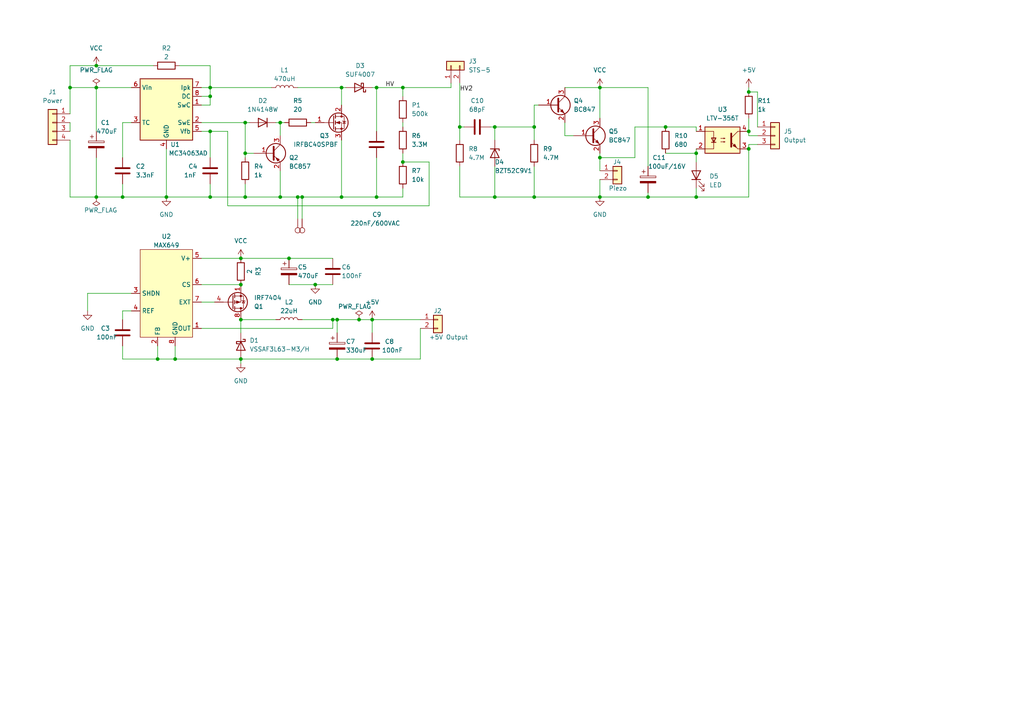
<source format=kicad_sch>
(kicad_sch (version 20230121) (generator eeschema)

  (uuid 3b22128b-b553-4988-96f2-c5a274af9a0d)

  (paper "A4")

  (lib_symbols
    (symbol "Connector:TestPoint" (pin_numbers hide) (pin_names (offset 0.762) hide) (in_bom yes) (on_board yes)
      (property "Reference" "TP" (at 0 6.858 0)
        (effects (font (size 1.27 1.27)))
      )
      (property "Value" "TestPoint" (at 0 5.08 0)
        (effects (font (size 1.27 1.27)))
      )
      (property "Footprint" "" (at 5.08 0 0)
        (effects (font (size 1.27 1.27)) hide)
      )
      (property "Datasheet" "~" (at 5.08 0 0)
        (effects (font (size 1.27 1.27)) hide)
      )
      (property "ki_keywords" "test point tp" (at 0 0 0)
        (effects (font (size 1.27 1.27)) hide)
      )
      (property "ki_description" "test point" (at 0 0 0)
        (effects (font (size 1.27 1.27)) hide)
      )
      (property "ki_fp_filters" "Pin* Test*" (at 0 0 0)
        (effects (font (size 1.27 1.27)) hide)
      )
      (symbol "TestPoint_0_1"
        (circle (center 0 3.302) (radius 0.762)
          (stroke (width 0) (type default))
          (fill (type none))
        )
      )
      (symbol "TestPoint_1_1"
        (pin passive line (at 0 0 90) (length 2.54)
          (name "1" (effects (font (size 1.27 1.27))))
          (number "1" (effects (font (size 1.27 1.27))))
        )
      )
    )
    (symbol "Connector_Generic:Conn_01x02" (pin_names (offset 1.016) hide) (in_bom yes) (on_board yes)
      (property "Reference" "J" (at 0 2.54 0)
        (effects (font (size 1.27 1.27)))
      )
      (property "Value" "Conn_01x02" (at 0 -5.08 0)
        (effects (font (size 1.27 1.27)))
      )
      (property "Footprint" "" (at 0 0 0)
        (effects (font (size 1.27 1.27)) hide)
      )
      (property "Datasheet" "~" (at 0 0 0)
        (effects (font (size 1.27 1.27)) hide)
      )
      (property "ki_keywords" "connector" (at 0 0 0)
        (effects (font (size 1.27 1.27)) hide)
      )
      (property "ki_description" "Generic connector, single row, 01x02, script generated (kicad-library-utils/schlib/autogen/connector/)" (at 0 0 0)
        (effects (font (size 1.27 1.27)) hide)
      )
      (property "ki_fp_filters" "Connector*:*_1x??_*" (at 0 0 0)
        (effects (font (size 1.27 1.27)) hide)
      )
      (symbol "Conn_01x02_1_1"
        (rectangle (start -1.27 -2.413) (end 0 -2.667)
          (stroke (width 0.1524) (type default))
          (fill (type none))
        )
        (rectangle (start -1.27 0.127) (end 0 -0.127)
          (stroke (width 0.1524) (type default))
          (fill (type none))
        )
        (rectangle (start -1.27 1.27) (end 1.27 -3.81)
          (stroke (width 0.254) (type default))
          (fill (type background))
        )
        (pin passive line (at -5.08 0 0) (length 3.81)
          (name "Pin_1" (effects (font (size 1.27 1.27))))
          (number "1" (effects (font (size 1.27 1.27))))
        )
        (pin passive line (at -5.08 -2.54 0) (length 3.81)
          (name "Pin_2" (effects (font (size 1.27 1.27))))
          (number "2" (effects (font (size 1.27 1.27))))
        )
      )
    )
    (symbol "Connector_Generic:Conn_01x03" (pin_names (offset 1.016) hide) (in_bom yes) (on_board yes)
      (property "Reference" "J" (at 0 5.08 0)
        (effects (font (size 1.27 1.27)))
      )
      (property "Value" "Conn_01x03" (at 0 -5.08 0)
        (effects (font (size 1.27 1.27)))
      )
      (property "Footprint" "" (at 0 0 0)
        (effects (font (size 1.27 1.27)) hide)
      )
      (property "Datasheet" "~" (at 0 0 0)
        (effects (font (size 1.27 1.27)) hide)
      )
      (property "ki_keywords" "connector" (at 0 0 0)
        (effects (font (size 1.27 1.27)) hide)
      )
      (property "ki_description" "Generic connector, single row, 01x03, script generated (kicad-library-utils/schlib/autogen/connector/)" (at 0 0 0)
        (effects (font (size 1.27 1.27)) hide)
      )
      (property "ki_fp_filters" "Connector*:*_1x??_*" (at 0 0 0)
        (effects (font (size 1.27 1.27)) hide)
      )
      (symbol "Conn_01x03_1_1"
        (rectangle (start -1.27 -2.413) (end 0 -2.667)
          (stroke (width 0.1524) (type default))
          (fill (type none))
        )
        (rectangle (start -1.27 0.127) (end 0 -0.127)
          (stroke (width 0.1524) (type default))
          (fill (type none))
        )
        (rectangle (start -1.27 2.667) (end 0 2.413)
          (stroke (width 0.1524) (type default))
          (fill (type none))
        )
        (rectangle (start -1.27 3.81) (end 1.27 -3.81)
          (stroke (width 0.254) (type default))
          (fill (type background))
        )
        (pin passive line (at -5.08 2.54 0) (length 3.81)
          (name "Pin_1" (effects (font (size 1.27 1.27))))
          (number "1" (effects (font (size 1.27 1.27))))
        )
        (pin passive line (at -5.08 0 0) (length 3.81)
          (name "Pin_2" (effects (font (size 1.27 1.27))))
          (number "2" (effects (font (size 1.27 1.27))))
        )
        (pin passive line (at -5.08 -2.54 0) (length 3.81)
          (name "Pin_3" (effects (font (size 1.27 1.27))))
          (number "3" (effects (font (size 1.27 1.27))))
        )
      )
    )
    (symbol "Connector_Generic:Conn_01x04" (pin_names (offset 1.016) hide) (in_bom yes) (on_board yes)
      (property "Reference" "J" (at 0 5.08 0)
        (effects (font (size 1.27 1.27)))
      )
      (property "Value" "Conn_01x04" (at 0 -7.62 0)
        (effects (font (size 1.27 1.27)))
      )
      (property "Footprint" "" (at 0 0 0)
        (effects (font (size 1.27 1.27)) hide)
      )
      (property "Datasheet" "~" (at 0 0 0)
        (effects (font (size 1.27 1.27)) hide)
      )
      (property "ki_keywords" "connector" (at 0 0 0)
        (effects (font (size 1.27 1.27)) hide)
      )
      (property "ki_description" "Generic connector, single row, 01x04, script generated (kicad-library-utils/schlib/autogen/connector/)" (at 0 0 0)
        (effects (font (size 1.27 1.27)) hide)
      )
      (property "ki_fp_filters" "Connector*:*_1x??_*" (at 0 0 0)
        (effects (font (size 1.27 1.27)) hide)
      )
      (symbol "Conn_01x04_1_1"
        (rectangle (start -1.27 -4.953) (end 0 -5.207)
          (stroke (width 0.1524) (type default))
          (fill (type none))
        )
        (rectangle (start -1.27 -2.413) (end 0 -2.667)
          (stroke (width 0.1524) (type default))
          (fill (type none))
        )
        (rectangle (start -1.27 0.127) (end 0 -0.127)
          (stroke (width 0.1524) (type default))
          (fill (type none))
        )
        (rectangle (start -1.27 2.667) (end 0 2.413)
          (stroke (width 0.1524) (type default))
          (fill (type none))
        )
        (rectangle (start -1.27 3.81) (end 1.27 -6.35)
          (stroke (width 0.254) (type default))
          (fill (type background))
        )
        (pin passive line (at -5.08 2.54 0) (length 3.81)
          (name "Pin_1" (effects (font (size 1.27 1.27))))
          (number "1" (effects (font (size 1.27 1.27))))
        )
        (pin passive line (at -5.08 0 0) (length 3.81)
          (name "Pin_2" (effects (font (size 1.27 1.27))))
          (number "2" (effects (font (size 1.27 1.27))))
        )
        (pin passive line (at -5.08 -2.54 0) (length 3.81)
          (name "Pin_3" (effects (font (size 1.27 1.27))))
          (number "3" (effects (font (size 1.27 1.27))))
        )
        (pin passive line (at -5.08 -5.08 0) (length 3.81)
          (name "Pin_4" (effects (font (size 1.27 1.27))))
          (number "4" (effects (font (size 1.27 1.27))))
        )
      )
    )
    (symbol "Device:C" (pin_numbers hide) (pin_names (offset 0.254)) (in_bom yes) (on_board yes)
      (property "Reference" "C" (at 0.635 2.54 0)
        (effects (font (size 1.27 1.27)) (justify left))
      )
      (property "Value" "C" (at 0.635 -2.54 0)
        (effects (font (size 1.27 1.27)) (justify left))
      )
      (property "Footprint" "" (at 0.9652 -3.81 0)
        (effects (font (size 1.27 1.27)) hide)
      )
      (property "Datasheet" "~" (at 0 0 0)
        (effects (font (size 1.27 1.27)) hide)
      )
      (property "ki_keywords" "cap capacitor" (at 0 0 0)
        (effects (font (size 1.27 1.27)) hide)
      )
      (property "ki_description" "Unpolarized capacitor" (at 0 0 0)
        (effects (font (size 1.27 1.27)) hide)
      )
      (property "ki_fp_filters" "C_*" (at 0 0 0)
        (effects (font (size 1.27 1.27)) hide)
      )
      (symbol "C_0_1"
        (polyline
          (pts
            (xy -2.032 -0.762)
            (xy 2.032 -0.762)
          )
          (stroke (width 0.508) (type default))
          (fill (type none))
        )
        (polyline
          (pts
            (xy -2.032 0.762)
            (xy 2.032 0.762)
          )
          (stroke (width 0.508) (type default))
          (fill (type none))
        )
      )
      (symbol "C_1_1"
        (pin passive line (at 0 3.81 270) (length 2.794)
          (name "~" (effects (font (size 1.27 1.27))))
          (number "1" (effects (font (size 1.27 1.27))))
        )
        (pin passive line (at 0 -3.81 90) (length 2.794)
          (name "~" (effects (font (size 1.27 1.27))))
          (number "2" (effects (font (size 1.27 1.27))))
        )
      )
    )
    (symbol "Device:C_Polarized" (pin_numbers hide) (pin_names (offset 0.254)) (in_bom yes) (on_board yes)
      (property "Reference" "C" (at 0.635 2.54 0)
        (effects (font (size 1.27 1.27)) (justify left))
      )
      (property "Value" "C_Polarized" (at 0.635 -2.54 0)
        (effects (font (size 1.27 1.27)) (justify left))
      )
      (property "Footprint" "" (at 0.9652 -3.81 0)
        (effects (font (size 1.27 1.27)) hide)
      )
      (property "Datasheet" "~" (at 0 0 0)
        (effects (font (size 1.27 1.27)) hide)
      )
      (property "ki_keywords" "cap capacitor" (at 0 0 0)
        (effects (font (size 1.27 1.27)) hide)
      )
      (property "ki_description" "Polarized capacitor" (at 0 0 0)
        (effects (font (size 1.27 1.27)) hide)
      )
      (property "ki_fp_filters" "CP_*" (at 0 0 0)
        (effects (font (size 1.27 1.27)) hide)
      )
      (symbol "C_Polarized_0_1"
        (rectangle (start -2.286 0.508) (end 2.286 1.016)
          (stroke (width 0) (type default))
          (fill (type none))
        )
        (polyline
          (pts
            (xy -1.778 2.286)
            (xy -0.762 2.286)
          )
          (stroke (width 0) (type default))
          (fill (type none))
        )
        (polyline
          (pts
            (xy -1.27 2.794)
            (xy -1.27 1.778)
          )
          (stroke (width 0) (type default))
          (fill (type none))
        )
        (rectangle (start 2.286 -0.508) (end -2.286 -1.016)
          (stroke (width 0) (type default))
          (fill (type outline))
        )
      )
      (symbol "C_Polarized_1_1"
        (pin passive line (at 0 3.81 270) (length 2.794)
          (name "~" (effects (font (size 1.27 1.27))))
          (number "1" (effects (font (size 1.27 1.27))))
        )
        (pin passive line (at 0 -3.81 90) (length 2.794)
          (name "~" (effects (font (size 1.27 1.27))))
          (number "2" (effects (font (size 1.27 1.27))))
        )
      )
    )
    (symbol "Device:D_Zener" (pin_numbers hide) (pin_names (offset 1.016) hide) (in_bom yes) (on_board yes)
      (property "Reference" "D" (at 0 2.54 0)
        (effects (font (size 1.27 1.27)))
      )
      (property "Value" "D_Zener" (at 0 -2.54 0)
        (effects (font (size 1.27 1.27)))
      )
      (property "Footprint" "" (at 0 0 0)
        (effects (font (size 1.27 1.27)) hide)
      )
      (property "Datasheet" "~" (at 0 0 0)
        (effects (font (size 1.27 1.27)) hide)
      )
      (property "ki_keywords" "diode" (at 0 0 0)
        (effects (font (size 1.27 1.27)) hide)
      )
      (property "ki_description" "Zener diode" (at 0 0 0)
        (effects (font (size 1.27 1.27)) hide)
      )
      (property "ki_fp_filters" "TO-???* *_Diode_* *SingleDiode* D_*" (at 0 0 0)
        (effects (font (size 1.27 1.27)) hide)
      )
      (symbol "D_Zener_0_1"
        (polyline
          (pts
            (xy 1.27 0)
            (xy -1.27 0)
          )
          (stroke (width 0) (type default))
          (fill (type none))
        )
        (polyline
          (pts
            (xy -1.27 -1.27)
            (xy -1.27 1.27)
            (xy -0.762 1.27)
          )
          (stroke (width 0.254) (type default))
          (fill (type none))
        )
        (polyline
          (pts
            (xy 1.27 -1.27)
            (xy 1.27 1.27)
            (xy -1.27 0)
            (xy 1.27 -1.27)
          )
          (stroke (width 0.254) (type default))
          (fill (type none))
        )
      )
      (symbol "D_Zener_1_1"
        (pin passive line (at -3.81 0 0) (length 2.54)
          (name "K" (effects (font (size 1.27 1.27))))
          (number "1" (effects (font (size 1.27 1.27))))
        )
        (pin passive line (at 3.81 0 180) (length 2.54)
          (name "A" (effects (font (size 1.27 1.27))))
          (number "2" (effects (font (size 1.27 1.27))))
        )
      )
    )
    (symbol "Device:L" (pin_numbers hide) (pin_names (offset 1.016) hide) (in_bom yes) (on_board yes)
      (property "Reference" "L" (at -1.27 0 90)
        (effects (font (size 1.27 1.27)))
      )
      (property "Value" "L" (at 1.905 0 90)
        (effects (font (size 1.27 1.27)))
      )
      (property "Footprint" "" (at 0 0 0)
        (effects (font (size 1.27 1.27)) hide)
      )
      (property "Datasheet" "~" (at 0 0 0)
        (effects (font (size 1.27 1.27)) hide)
      )
      (property "ki_keywords" "inductor choke coil reactor magnetic" (at 0 0 0)
        (effects (font (size 1.27 1.27)) hide)
      )
      (property "ki_description" "Inductor" (at 0 0 0)
        (effects (font (size 1.27 1.27)) hide)
      )
      (property "ki_fp_filters" "Choke_* *Coil* Inductor_* L_*" (at 0 0 0)
        (effects (font (size 1.27 1.27)) hide)
      )
      (symbol "L_0_1"
        (arc (start 0 -2.54) (mid 0.6323 -1.905) (end 0 -1.27)
          (stroke (width 0) (type default))
          (fill (type none))
        )
        (arc (start 0 -1.27) (mid 0.6323 -0.635) (end 0 0)
          (stroke (width 0) (type default))
          (fill (type none))
        )
        (arc (start 0 0) (mid 0.6323 0.635) (end 0 1.27)
          (stroke (width 0) (type default))
          (fill (type none))
        )
        (arc (start 0 1.27) (mid 0.6323 1.905) (end 0 2.54)
          (stroke (width 0) (type default))
          (fill (type none))
        )
      )
      (symbol "L_1_1"
        (pin passive line (at 0 3.81 270) (length 1.27)
          (name "1" (effects (font (size 1.27 1.27))))
          (number "1" (effects (font (size 1.27 1.27))))
        )
        (pin passive line (at 0 -3.81 90) (length 1.27)
          (name "2" (effects (font (size 1.27 1.27))))
          (number "2" (effects (font (size 1.27 1.27))))
        )
      )
    )
    (symbol "Device:LED" (pin_numbers hide) (pin_names (offset 1.016) hide) (in_bom yes) (on_board yes)
      (property "Reference" "D" (at 0 2.54 0)
        (effects (font (size 1.27 1.27)))
      )
      (property "Value" "LED" (at 0 -2.54 0)
        (effects (font (size 1.27 1.27)))
      )
      (property "Footprint" "" (at 0 0 0)
        (effects (font (size 1.27 1.27)) hide)
      )
      (property "Datasheet" "~" (at 0 0 0)
        (effects (font (size 1.27 1.27)) hide)
      )
      (property "ki_keywords" "LED diode" (at 0 0 0)
        (effects (font (size 1.27 1.27)) hide)
      )
      (property "ki_description" "Light emitting diode" (at 0 0 0)
        (effects (font (size 1.27 1.27)) hide)
      )
      (property "ki_fp_filters" "LED* LED_SMD:* LED_THT:*" (at 0 0 0)
        (effects (font (size 1.27 1.27)) hide)
      )
      (symbol "LED_0_1"
        (polyline
          (pts
            (xy -1.27 -1.27)
            (xy -1.27 1.27)
          )
          (stroke (width 0.254) (type default))
          (fill (type none))
        )
        (polyline
          (pts
            (xy -1.27 0)
            (xy 1.27 0)
          )
          (stroke (width 0) (type default))
          (fill (type none))
        )
        (polyline
          (pts
            (xy 1.27 -1.27)
            (xy 1.27 1.27)
            (xy -1.27 0)
            (xy 1.27 -1.27)
          )
          (stroke (width 0.254) (type default))
          (fill (type none))
        )
        (polyline
          (pts
            (xy -3.048 -0.762)
            (xy -4.572 -2.286)
            (xy -3.81 -2.286)
            (xy -4.572 -2.286)
            (xy -4.572 -1.524)
          )
          (stroke (width 0) (type default))
          (fill (type none))
        )
        (polyline
          (pts
            (xy -1.778 -0.762)
            (xy -3.302 -2.286)
            (xy -2.54 -2.286)
            (xy -3.302 -2.286)
            (xy -3.302 -1.524)
          )
          (stroke (width 0) (type default))
          (fill (type none))
        )
      )
      (symbol "LED_1_1"
        (pin passive line (at -3.81 0 0) (length 2.54)
          (name "K" (effects (font (size 1.27 1.27))))
          (number "1" (effects (font (size 1.27 1.27))))
        )
        (pin passive line (at 3.81 0 180) (length 2.54)
          (name "A" (effects (font (size 1.27 1.27))))
          (number "2" (effects (font (size 1.27 1.27))))
        )
      )
    )
    (symbol "Device:R" (pin_numbers hide) (pin_names (offset 0)) (in_bom yes) (on_board yes)
      (property "Reference" "R" (at 2.032 0 90)
        (effects (font (size 1.27 1.27)))
      )
      (property "Value" "R" (at 0 0 90)
        (effects (font (size 1.27 1.27)))
      )
      (property "Footprint" "" (at -1.778 0 90)
        (effects (font (size 1.27 1.27)) hide)
      )
      (property "Datasheet" "~" (at 0 0 0)
        (effects (font (size 1.27 1.27)) hide)
      )
      (property "ki_keywords" "R res resistor" (at 0 0 0)
        (effects (font (size 1.27 1.27)) hide)
      )
      (property "ki_description" "Resistor" (at 0 0 0)
        (effects (font (size 1.27 1.27)) hide)
      )
      (property "ki_fp_filters" "R_*" (at 0 0 0)
        (effects (font (size 1.27 1.27)) hide)
      )
      (symbol "R_0_1"
        (rectangle (start -1.016 -2.54) (end 1.016 2.54)
          (stroke (width 0.254) (type default))
          (fill (type none))
        )
      )
      (symbol "R_1_1"
        (pin passive line (at 0 3.81 270) (length 1.27)
          (name "~" (effects (font (size 1.27 1.27))))
          (number "1" (effects (font (size 1.27 1.27))))
        )
        (pin passive line (at 0 -3.81 90) (length 1.27)
          (name "~" (effects (font (size 1.27 1.27))))
          (number "2" (effects (font (size 1.27 1.27))))
        )
      )
    )
    (symbol "Diode:1N4148W" (pin_numbers hide) (pin_names hide) (in_bom yes) (on_board yes)
      (property "Reference" "D" (at 0 2.54 0)
        (effects (font (size 1.27 1.27)))
      )
      (property "Value" "1N4148W" (at 0 -2.54 0)
        (effects (font (size 1.27 1.27)))
      )
      (property "Footprint" "Diode_SMD:D_SOD-123" (at 0 -4.445 0)
        (effects (font (size 1.27 1.27)) hide)
      )
      (property "Datasheet" "https://www.vishay.com/docs/85748/1n4148w.pdf" (at 0 0 0)
        (effects (font (size 1.27 1.27)) hide)
      )
      (property "Sim.Device" "D" (at 0 0 0)
        (effects (font (size 1.27 1.27)) hide)
      )
      (property "Sim.Pins" "1=K 2=A" (at 0 0 0)
        (effects (font (size 1.27 1.27)) hide)
      )
      (property "ki_keywords" "diode" (at 0 0 0)
        (effects (font (size 1.27 1.27)) hide)
      )
      (property "ki_description" "75V 0.15A Fast Switching Diode, SOD-123" (at 0 0 0)
        (effects (font (size 1.27 1.27)) hide)
      )
      (property "ki_fp_filters" "D*SOD?123*" (at 0 0 0)
        (effects (font (size 1.27 1.27)) hide)
      )
      (symbol "1N4148W_0_1"
        (polyline
          (pts
            (xy -1.27 1.27)
            (xy -1.27 -1.27)
          )
          (stroke (width 0.254) (type default))
          (fill (type none))
        )
        (polyline
          (pts
            (xy 1.27 0)
            (xy -1.27 0)
          )
          (stroke (width 0) (type default))
          (fill (type none))
        )
        (polyline
          (pts
            (xy 1.27 1.27)
            (xy 1.27 -1.27)
            (xy -1.27 0)
            (xy 1.27 1.27)
          )
          (stroke (width 0.254) (type default))
          (fill (type none))
        )
      )
      (symbol "1N4148W_1_1"
        (pin passive line (at -3.81 0 0) (length 2.54)
          (name "K" (effects (font (size 1.27 1.27))))
          (number "1" (effects (font (size 1.27 1.27))))
        )
        (pin passive line (at 3.81 0 180) (length 2.54)
          (name "A" (effects (font (size 1.27 1.27))))
          (number "2" (effects (font (size 1.27 1.27))))
        )
      )
    )
    (symbol "Diode:1N5711UR" (pin_numbers hide) (pin_names (offset 1.016) hide) (in_bom yes) (on_board yes)
      (property "Reference" "D" (at 0 2.54 0)
        (effects (font (size 1.27 1.27)))
      )
      (property "Value" "1N5711UR" (at 0 -2.54 0)
        (effects (font (size 1.27 1.27)))
      )
      (property "Footprint" "Diode_SMD:D_MELF" (at 0 -4.445 0)
        (effects (font (size 1.27 1.27)) hide)
      )
      (property "Datasheet" "https://www.microsemi.com/document-portal/doc_download/131890-lds-0040-1-datasheet" (at 0 0 0)
        (effects (font (size 1.27 1.27)) hide)
      )
      (property "ki_keywords" "diode Schottky" (at 0 0 0)
        (effects (font (size 1.27 1.27)) hide)
      )
      (property "ki_description" "70V 33mA Schottky diode, MELF(DO-213AA)" (at 0 0 0)
        (effects (font (size 1.27 1.27)) hide)
      )
      (property "ki_fp_filters" "D?MELF*" (at 0 0 0)
        (effects (font (size 1.27 1.27)) hide)
      )
      (symbol "1N5711UR_0_1"
        (polyline
          (pts
            (xy 1.27 0)
            (xy -1.27 0)
          )
          (stroke (width 0) (type default))
          (fill (type none))
        )
        (polyline
          (pts
            (xy 1.27 1.27)
            (xy 1.27 -1.27)
            (xy -1.27 0)
            (xy 1.27 1.27)
          )
          (stroke (width 0.254) (type default))
          (fill (type none))
        )
        (polyline
          (pts
            (xy -1.905 0.635)
            (xy -1.905 1.27)
            (xy -1.27 1.27)
            (xy -1.27 -1.27)
            (xy -0.635 -1.27)
            (xy -0.635 -0.635)
          )
          (stroke (width 0.254) (type default))
          (fill (type none))
        )
      )
      (symbol "1N5711UR_1_1"
        (pin passive line (at -3.81 0 0) (length 2.54)
          (name "K" (effects (font (size 1.27 1.27))))
          (number "1" (effects (font (size 1.27 1.27))))
        )
        (pin passive line (at 3.81 0 180) (length 2.54)
          (name "A" (effects (font (size 1.27 1.27))))
          (number "2" (effects (font (size 1.27 1.27))))
        )
      )
    )
    (symbol "Isolator:LTV-356T" (pin_names (offset 1.016)) (in_bom yes) (on_board yes)
      (property "Reference" "U" (at -5.334 4.826 0)
        (effects (font (size 1.27 1.27)) (justify left))
      )
      (property "Value" "LTV-356T" (at 0 5.08 0)
        (effects (font (size 1.27 1.27)) (justify left))
      )
      (property "Footprint" "Package_SO:SO-4_4.4x3.6mm_P2.54mm" (at -5.08 -5.08 0)
        (effects (font (size 1.27 1.27) italic) (justify left) hide)
      )
      (property "Datasheet" "http://optoelectronics.liteon.com/upload/download/DS70-2001-010/S_110_LTV-356T%2020140520.pdf" (at 0 0 0)
        (effects (font (size 1.27 1.27)) (justify left) hide)
      )
      (property "ki_keywords" "NPN DC Optocoupler" (at 0 0 0)
        (effects (font (size 1.27 1.27)) hide)
      )
      (property "ki_description" "DC Optocoupler, Vce 80V, CTR 50%, SO-4" (at 0 0 0)
        (effects (font (size 1.27 1.27)) hide)
      )
      (property "ki_fp_filters" "SO*4.4x3.6mm*P2.54mm*" (at 0 0 0)
        (effects (font (size 1.27 1.27)) hide)
      )
      (symbol "LTV-356T_0_1"
        (rectangle (start -5.08 3.81) (end 5.08 -3.81)
          (stroke (width 0.254) (type default))
          (fill (type background))
        )
        (polyline
          (pts
            (xy -3.175 -0.635)
            (xy -1.905 -0.635)
          )
          (stroke (width 0.254) (type default))
          (fill (type none))
        )
        (polyline
          (pts
            (xy 2.54 0.635)
            (xy 4.445 2.54)
          )
          (stroke (width 0) (type default))
          (fill (type none))
        )
        (polyline
          (pts
            (xy 4.445 -2.54)
            (xy 2.54 -0.635)
          )
          (stroke (width 0) (type default))
          (fill (type outline))
        )
        (polyline
          (pts
            (xy 4.445 -2.54)
            (xy 5.08 -2.54)
          )
          (stroke (width 0) (type default))
          (fill (type none))
        )
        (polyline
          (pts
            (xy 4.445 2.54)
            (xy 5.08 2.54)
          )
          (stroke (width 0) (type default))
          (fill (type none))
        )
        (polyline
          (pts
            (xy -5.08 2.54)
            (xy -2.54 2.54)
            (xy -2.54 -0.762)
          )
          (stroke (width 0) (type default))
          (fill (type none))
        )
        (polyline
          (pts
            (xy -2.54 -0.635)
            (xy -2.54 -2.54)
            (xy -5.08 -2.54)
          )
          (stroke (width 0) (type default))
          (fill (type none))
        )
        (polyline
          (pts
            (xy 2.54 1.905)
            (xy 2.54 -1.905)
            (xy 2.54 -1.905)
          )
          (stroke (width 0.508) (type default))
          (fill (type none))
        )
        (polyline
          (pts
            (xy -2.54 -0.635)
            (xy -3.175 0.635)
            (xy -1.905 0.635)
            (xy -2.54 -0.635)
          )
          (stroke (width 0.254) (type default))
          (fill (type none))
        )
        (polyline
          (pts
            (xy -0.508 -0.508)
            (xy 0.762 -0.508)
            (xy 0.381 -0.635)
            (xy 0.381 -0.381)
            (xy 0.762 -0.508)
          )
          (stroke (width 0) (type default))
          (fill (type none))
        )
        (polyline
          (pts
            (xy -0.508 0.508)
            (xy 0.762 0.508)
            (xy 0.381 0.381)
            (xy 0.381 0.635)
            (xy 0.762 0.508)
          )
          (stroke (width 0) (type default))
          (fill (type none))
        )
        (polyline
          (pts
            (xy 3.048 -1.651)
            (xy 3.556 -1.143)
            (xy 4.064 -2.159)
            (xy 3.048 -1.651)
            (xy 3.048 -1.651)
          )
          (stroke (width 0) (type default))
          (fill (type outline))
        )
      )
      (symbol "LTV-356T_1_1"
        (pin passive line (at -7.62 2.54 0) (length 2.54)
          (name "~" (effects (font (size 1.27 1.27))))
          (number "1" (effects (font (size 1.27 1.27))))
        )
        (pin passive line (at -7.62 -2.54 0) (length 2.54)
          (name "~" (effects (font (size 1.27 1.27))))
          (number "2" (effects (font (size 1.27 1.27))))
        )
        (pin passive line (at 7.62 -2.54 180) (length 2.54)
          (name "~" (effects (font (size 1.27 1.27))))
          (number "3" (effects (font (size 1.27 1.27))))
        )
        (pin passive line (at 7.62 2.54 180) (length 2.54)
          (name "~" (effects (font (size 1.27 1.27))))
          (number "4" (effects (font (size 1.27 1.27))))
        )
      )
    )
    (symbol "Regulator_Switching:MC34063AD" (in_bom yes) (on_board yes)
      (property "Reference" "U" (at -7.62 8.89 0)
        (effects (font (size 1.27 1.27)) (justify left))
      )
      (property "Value" "MC34063AD" (at 0 8.89 0)
        (effects (font (size 1.27 1.27)) (justify left))
      )
      (property "Footprint" "Package_SO:SOIC-8_3.9x4.9mm_P1.27mm" (at 1.27 -11.43 0)
        (effects (font (size 1.27 1.27)) (justify left) hide)
      )
      (property "Datasheet" "http://www.onsemi.com/pub_link/Collateral/MC34063A-D.PDF" (at 12.7 -2.54 0)
        (effects (font (size 1.27 1.27)) hide)
      )
      (property "ki_keywords" "smps buck boost inverting" (at 0 0 0)
        (effects (font (size 1.27 1.27)) hide)
      )
      (property "ki_description" "1.5A, step-up/down/inverting switching regulator, 3-40V Vin, 100kHz, SO-8" (at 0 0 0)
        (effects (font (size 1.27 1.27)) hide)
      )
      (property "ki_fp_filters" "SOIC*3.9x4.9mm*P1.27mm*" (at 0 0 0)
        (effects (font (size 1.27 1.27)) hide)
      )
      (symbol "MC34063AD_0_1"
        (rectangle (start -7.62 7.62) (end 7.62 -10.16)
          (stroke (width 0.254) (type default))
          (fill (type background))
        )
      )
      (symbol "MC34063AD_1_1"
        (pin open_collector line (at 10.16 0 180) (length 2.54)
          (name "SwC" (effects (font (size 1.27 1.27))))
          (number "1" (effects (font (size 1.27 1.27))))
        )
        (pin open_emitter line (at 10.16 -5.08 180) (length 2.54)
          (name "SwE" (effects (font (size 1.27 1.27))))
          (number "2" (effects (font (size 1.27 1.27))))
        )
        (pin passive line (at -10.16 -5.08 0) (length 2.54)
          (name "TC" (effects (font (size 1.27 1.27))))
          (number "3" (effects (font (size 1.27 1.27))))
        )
        (pin power_in line (at 0 -12.7 90) (length 2.54)
          (name "GND" (effects (font (size 1.27 1.27))))
          (number "4" (effects (font (size 1.27 1.27))))
        )
        (pin input line (at 10.16 -7.62 180) (length 2.54)
          (name "Vfb" (effects (font (size 1.27 1.27))))
          (number "5" (effects (font (size 1.27 1.27))))
        )
        (pin power_in line (at -10.16 5.08 0) (length 2.54)
          (name "Vin" (effects (font (size 1.27 1.27))))
          (number "6" (effects (font (size 1.27 1.27))))
        )
        (pin input line (at 10.16 5.08 180) (length 2.54)
          (name "Ipk" (effects (font (size 1.27 1.27))))
          (number "7" (effects (font (size 1.27 1.27))))
        )
        (pin open_collector line (at 10.16 2.54 180) (length 2.54)
          (name "DC" (effects (font (size 1.27 1.27))))
          (number "8" (effects (font (size 1.27 1.27))))
        )
      )
    )
    (symbol "Sidolux:MAX649" (in_bom yes) (on_board yes)
      (property "Reference" "U" (at -6.35 13.97 0)
        (effects (font (size 1.27 1.27)))
      )
      (property "Value" "MAX649" (at -2.54 6.35 0)
        (effects (font (size 1.27 1.27)))
      )
      (property "Footprint" "" (at -2.54 11.43 0)
        (effects (font (size 1.27 1.27)) hide)
      )
      (property "Datasheet" "https://www.analog.com/media/en/technical-documentation/data-sheets/MAX649-MAX652.pdf" (at -2.54 6.35 0)
        (effects (font (size 1.27 1.27)) hide)
      )
      (property "ki_description" "5V or Adjustable, High-Efficiency Step-down DC-DC Converter" (at 0 0 0)
        (effects (font (size 1.27 1.27)) hide)
      )
      (property "ki_fp_filters" "SO-8*3.9*4.9mm*P1.27mm* DIP-8?W7.62mm*" (at 0 0 0)
        (effects (font (size 1.27 1.27)) hide)
      )
      (symbol "MAX649_1_1"
        (rectangle (start -7.62 11.43) (end 7.62 -13.97)
          (stroke (width 0) (type default))
          (fill (type background))
        )
        (pin input line (at 10.16 -11.43 180) (length 2.54)
          (name "OUT" (effects (font (size 1.27 1.27))))
          (number "1" (effects (font (size 1.27 1.27))))
        )
        (pin input line (at -2.54 -16.51 90) (length 2.54)
          (name "FB" (effects (font (size 1.27 1.27))))
          (number "2" (effects (font (size 1.27 1.27))))
        )
        (pin input line (at -10.16 -1.27 0) (length 2.54)
          (name "SHDN" (effects (font (size 1.27 1.27))))
          (number "3" (effects (font (size 1.27 1.27))))
        )
        (pin input line (at -10.16 -6.35 0) (length 2.54)
          (name "REF" (effects (font (size 1.27 1.27))))
          (number "4" (effects (font (size 1.27 1.27))))
        )
        (pin power_in line (at 10.16 8.89 180) (length 2.54)
          (name "V+" (effects (font (size 1.27 1.27))))
          (number "5" (effects (font (size 1.27 1.27))))
        )
        (pin input line (at 10.16 1.27 180) (length 2.54)
          (name "CS" (effects (font (size 1.27 1.27))))
          (number "6" (effects (font (size 1.27 1.27))))
        )
        (pin output line (at 10.16 -3.81 180) (length 2.54)
          (name "EXT" (effects (font (size 1.27 1.27))))
          (number "7" (effects (font (size 1.27 1.27))))
        )
        (pin power_in line (at 2.54 -16.51 90) (length 2.54)
          (name "GND" (effects (font (size 1.27 1.27))))
          (number "8" (effects (font (size 1.27 1.27))))
        )
      )
    )
    (symbol "Transistor_BJT:BC847" (pin_names (offset 0) hide) (in_bom yes) (on_board yes)
      (property "Reference" "Q" (at 5.08 1.905 0)
        (effects (font (size 1.27 1.27)) (justify left))
      )
      (property "Value" "BC847" (at 5.08 0 0)
        (effects (font (size 1.27 1.27)) (justify left))
      )
      (property "Footprint" "Package_TO_SOT_SMD:SOT-23" (at 5.08 -1.905 0)
        (effects (font (size 1.27 1.27) italic) (justify left) hide)
      )
      (property "Datasheet" "http://www.infineon.com/dgdl/Infineon-BC847SERIES_BC848SERIES_BC849SERIES_BC850SERIES-DS-v01_01-en.pdf?fileId=db3a304314dca389011541d4630a1657" (at 0 0 0)
        (effects (font (size 1.27 1.27)) (justify left) hide)
      )
      (property "ki_keywords" "NPN Small Signal Transistor" (at 0 0 0)
        (effects (font (size 1.27 1.27)) hide)
      )
      (property "ki_description" "0.1A Ic, 45V Vce, NPN Transistor, SOT-23" (at 0 0 0)
        (effects (font (size 1.27 1.27)) hide)
      )
      (property "ki_fp_filters" "SOT?23*" (at 0 0 0)
        (effects (font (size 1.27 1.27)) hide)
      )
      (symbol "BC847_0_1"
        (polyline
          (pts
            (xy 0.635 0.635)
            (xy 2.54 2.54)
          )
          (stroke (width 0) (type default))
          (fill (type none))
        )
        (polyline
          (pts
            (xy 0.635 -0.635)
            (xy 2.54 -2.54)
            (xy 2.54 -2.54)
          )
          (stroke (width 0) (type default))
          (fill (type none))
        )
        (polyline
          (pts
            (xy 0.635 1.905)
            (xy 0.635 -1.905)
            (xy 0.635 -1.905)
          )
          (stroke (width 0.508) (type default))
          (fill (type none))
        )
        (polyline
          (pts
            (xy 1.27 -1.778)
            (xy 1.778 -1.27)
            (xy 2.286 -2.286)
            (xy 1.27 -1.778)
            (xy 1.27 -1.778)
          )
          (stroke (width 0) (type default))
          (fill (type outline))
        )
        (circle (center 1.27 0) (radius 2.8194)
          (stroke (width 0.254) (type default))
          (fill (type none))
        )
      )
      (symbol "BC847_1_1"
        (pin input line (at -5.08 0 0) (length 5.715)
          (name "B" (effects (font (size 1.27 1.27))))
          (number "1" (effects (font (size 1.27 1.27))))
        )
        (pin passive line (at 2.54 -5.08 90) (length 2.54)
          (name "E" (effects (font (size 1.27 1.27))))
          (number "2" (effects (font (size 1.27 1.27))))
        )
        (pin passive line (at 2.54 5.08 270) (length 2.54)
          (name "C" (effects (font (size 1.27 1.27))))
          (number "3" (effects (font (size 1.27 1.27))))
        )
      )
    )
    (symbol "Transistor_BJT:BC857" (pin_names (offset 0) hide) (in_bom yes) (on_board yes)
      (property "Reference" "Q" (at 5.08 1.905 0)
        (effects (font (size 1.27 1.27)) (justify left))
      )
      (property "Value" "BC857" (at 5.08 0 0)
        (effects (font (size 1.27 1.27)) (justify left))
      )
      (property "Footprint" "Package_TO_SOT_SMD:SOT-23" (at 5.08 -1.905 0)
        (effects (font (size 1.27 1.27) italic) (justify left) hide)
      )
      (property "Datasheet" "https://www.onsemi.com/pub/Collateral/BC860-D.pdf" (at 0 0 0)
        (effects (font (size 1.27 1.27)) (justify left) hide)
      )
      (property "ki_keywords" "PNP transistor" (at 0 0 0)
        (effects (font (size 1.27 1.27)) hide)
      )
      (property "ki_description" "0.1A Ic, 45V Vce, PNP Transistor, SOT-23" (at 0 0 0)
        (effects (font (size 1.27 1.27)) hide)
      )
      (property "ki_fp_filters" "SOT?23*" (at 0 0 0)
        (effects (font (size 1.27 1.27)) hide)
      )
      (symbol "BC857_0_1"
        (polyline
          (pts
            (xy 0.635 0.635)
            (xy 2.54 2.54)
          )
          (stroke (width 0) (type default))
          (fill (type none))
        )
        (polyline
          (pts
            (xy 0.635 -0.635)
            (xy 2.54 -2.54)
            (xy 2.54 -2.54)
          )
          (stroke (width 0) (type default))
          (fill (type none))
        )
        (polyline
          (pts
            (xy 0.635 1.905)
            (xy 0.635 -1.905)
            (xy 0.635 -1.905)
          )
          (stroke (width 0.508) (type default))
          (fill (type none))
        )
        (polyline
          (pts
            (xy 2.286 -1.778)
            (xy 1.778 -2.286)
            (xy 1.27 -1.27)
            (xy 2.286 -1.778)
            (xy 2.286 -1.778)
          )
          (stroke (width 0) (type default))
          (fill (type outline))
        )
        (circle (center 1.27 0) (radius 2.8194)
          (stroke (width 0.254) (type default))
          (fill (type none))
        )
      )
      (symbol "BC857_1_1"
        (pin input line (at -5.08 0 0) (length 5.715)
          (name "B" (effects (font (size 1.27 1.27))))
          (number "1" (effects (font (size 1.27 1.27))))
        )
        (pin passive line (at 2.54 -5.08 90) (length 2.54)
          (name "E" (effects (font (size 1.27 1.27))))
          (number "2" (effects (font (size 1.27 1.27))))
        )
        (pin passive line (at 2.54 5.08 270) (length 2.54)
          (name "C" (effects (font (size 1.27 1.27))))
          (number "3" (effects (font (size 1.27 1.27))))
        )
      )
    )
    (symbol "Transistor_FET:IRF7404" (pin_names hide) (in_bom yes) (on_board yes)
      (property "Reference" "Q" (at 5.08 1.905 0)
        (effects (font (size 1.27 1.27)) (justify left))
      )
      (property "Value" "IRF7404" (at 5.08 0 0)
        (effects (font (size 1.27 1.27)) (justify left))
      )
      (property "Footprint" "Package_SO:SOIC-8_3.9x4.9mm_P1.27mm" (at 5.08 -1.905 0)
        (effects (font (size 1.27 1.27) italic) (justify left) hide)
      )
      (property "Datasheet" "http://www.infineon.com/dgdl/irf7404.pdf?fileId=5546d462533600a4015355fa2b5b1b9e" (at 0 0 90)
        (effects (font (size 1.27 1.27)) (justify left) hide)
      )
      (property "ki_keywords" "P-Channel MOSFET" (at 0 0 0)
        (effects (font (size 1.27 1.27)) hide)
      )
      (property "ki_description" "-6.7A Id, -20V Vds, P-Channel HEXFET Power MOSFET, SO-8" (at 0 0 0)
        (effects (font (size 1.27 1.27)) hide)
      )
      (property "ki_fp_filters" "SOIC*3.9x4.9mm*P1.27mm*" (at 0 0 0)
        (effects (font (size 1.27 1.27)) hide)
      )
      (symbol "IRF7404_0_1"
        (polyline
          (pts
            (xy 0.254 0)
            (xy -2.54 0)
          )
          (stroke (width 0) (type default))
          (fill (type none))
        )
        (polyline
          (pts
            (xy 0.254 1.905)
            (xy 0.254 -1.905)
          )
          (stroke (width 0.254) (type default))
          (fill (type none))
        )
        (polyline
          (pts
            (xy 0.762 -1.27)
            (xy 0.762 -2.286)
          )
          (stroke (width 0.254) (type default))
          (fill (type none))
        )
        (polyline
          (pts
            (xy 0.762 0.508)
            (xy 0.762 -0.508)
          )
          (stroke (width 0.254) (type default))
          (fill (type none))
        )
        (polyline
          (pts
            (xy 0.762 2.286)
            (xy 0.762 1.27)
          )
          (stroke (width 0.254) (type default))
          (fill (type none))
        )
        (polyline
          (pts
            (xy 2.54 2.54)
            (xy 2.54 1.778)
          )
          (stroke (width 0) (type default))
          (fill (type none))
        )
        (polyline
          (pts
            (xy 2.54 -2.54)
            (xy 2.54 0)
            (xy 0.762 0)
          )
          (stroke (width 0) (type default))
          (fill (type none))
        )
        (polyline
          (pts
            (xy 0.762 1.778)
            (xy 3.302 1.778)
            (xy 3.302 -1.778)
            (xy 0.762 -1.778)
          )
          (stroke (width 0) (type default))
          (fill (type none))
        )
        (polyline
          (pts
            (xy 2.286 0)
            (xy 1.27 0.381)
            (xy 1.27 -0.381)
            (xy 2.286 0)
          )
          (stroke (width 0) (type default))
          (fill (type outline))
        )
        (polyline
          (pts
            (xy 2.794 -0.508)
            (xy 2.921 -0.381)
            (xy 3.683 -0.381)
            (xy 3.81 -0.254)
          )
          (stroke (width 0) (type default))
          (fill (type none))
        )
        (polyline
          (pts
            (xy 3.302 -0.381)
            (xy 2.921 0.254)
            (xy 3.683 0.254)
            (xy 3.302 -0.381)
          )
          (stroke (width 0) (type default))
          (fill (type none))
        )
        (circle (center 1.651 0) (radius 2.794)
          (stroke (width 0.254) (type default))
          (fill (type none))
        )
        (circle (center 2.54 -1.778) (radius 0.254)
          (stroke (width 0) (type default))
          (fill (type outline))
        )
        (circle (center 2.54 1.778) (radius 0.254)
          (stroke (width 0) (type default))
          (fill (type outline))
        )
      )
      (symbol "IRF7404_1_1"
        (pin passive line (at 2.54 -5.08 90) (length 2.54)
          (name "S" (effects (font (size 1.27 1.27))))
          (number "1" (effects (font (size 1.27 1.27))))
        )
        (pin passive line (at 2.54 -5.08 90) (length 2.54) hide
          (name "S" (effects (font (size 1.27 1.27))))
          (number "2" (effects (font (size 1.27 1.27))))
        )
        (pin passive line (at 2.54 -5.08 90) (length 2.54) hide
          (name "S" (effects (font (size 1.27 1.27))))
          (number "3" (effects (font (size 1.27 1.27))))
        )
        (pin passive line (at -5.08 0 0) (length 2.54)
          (name "G" (effects (font (size 1.27 1.27))))
          (number "4" (effects (font (size 1.27 1.27))))
        )
        (pin passive line (at 2.54 5.08 270) (length 2.54) hide
          (name "D" (effects (font (size 1.27 1.27))))
          (number "5" (effects (font (size 1.27 1.27))))
        )
        (pin passive line (at 2.54 5.08 270) (length 2.54) hide
          (name "D" (effects (font (size 1.27 1.27))))
          (number "6" (effects (font (size 1.27 1.27))))
        )
        (pin passive line (at 2.54 5.08 270) (length 2.54) hide
          (name "D" (effects (font (size 1.27 1.27))))
          (number "7" (effects (font (size 1.27 1.27))))
        )
        (pin passive line (at 2.54 5.08 270) (length 2.54)
          (name "D" (effects (font (size 1.27 1.27))))
          (number "8" (effects (font (size 1.27 1.27))))
        )
      )
    )
    (symbol "Transistor_FET:STB40N60M2" (pin_names hide) (in_bom yes) (on_board yes)
      (property "Reference" "Q" (at 5.08 1.905 0)
        (effects (font (size 1.27 1.27)) (justify left))
      )
      (property "Value" "STB40N60M2" (at 5.08 0 0)
        (effects (font (size 1.27 1.27)) (justify left))
      )
      (property "Footprint" "Package_TO_SOT_SMD:TO-263-2" (at 5.08 -1.905 0)
        (effects (font (size 1.27 1.27) italic) (justify left) hide)
      )
      (property "Datasheet" "https://www.st.com/resource/en/datasheet/stp40n60m2.pdf" (at 0 0 0)
        (effects (font (size 1.27 1.27)) (justify left) hide)
      )
      (property "ki_keywords" "N-Channel MOSFET" (at 0 0 0)
        (effects (font (size 1.27 1.27)) hide)
      )
      (property "ki_description" "34A Id, 600V Vds, N-Channel MDmesh M2 MOSFET, 78mOhm Ron, D2PAK" (at 0 0 0)
        (effects (font (size 1.27 1.27)) hide)
      )
      (property "ki_fp_filters" "TO?263*" (at 0 0 0)
        (effects (font (size 1.27 1.27)) hide)
      )
      (symbol "STB40N60M2_0_1"
        (polyline
          (pts
            (xy 0.254 0)
            (xy -2.54 0)
          )
          (stroke (width 0) (type default))
          (fill (type none))
        )
        (polyline
          (pts
            (xy 0.254 1.905)
            (xy 0.254 -1.905)
          )
          (stroke (width 0.254) (type default))
          (fill (type none))
        )
        (polyline
          (pts
            (xy 0.762 -1.27)
            (xy 0.762 -2.286)
          )
          (stroke (width 0.254) (type default))
          (fill (type none))
        )
        (polyline
          (pts
            (xy 0.762 0.508)
            (xy 0.762 -0.508)
          )
          (stroke (width 0.254) (type default))
          (fill (type none))
        )
        (polyline
          (pts
            (xy 0.762 2.286)
            (xy 0.762 1.27)
          )
          (stroke (width 0.254) (type default))
          (fill (type none))
        )
        (polyline
          (pts
            (xy 2.54 2.54)
            (xy 2.54 1.778)
          )
          (stroke (width 0) (type default))
          (fill (type none))
        )
        (polyline
          (pts
            (xy 2.54 -2.54)
            (xy 2.54 0)
            (xy 0.762 0)
          )
          (stroke (width 0) (type default))
          (fill (type none))
        )
        (polyline
          (pts
            (xy 0.762 -1.778)
            (xy 3.302 -1.778)
            (xy 3.302 1.778)
            (xy 0.762 1.778)
          )
          (stroke (width 0) (type default))
          (fill (type none))
        )
        (polyline
          (pts
            (xy 1.016 0)
            (xy 2.032 0.381)
            (xy 2.032 -0.381)
            (xy 1.016 0)
          )
          (stroke (width 0) (type default))
          (fill (type outline))
        )
        (polyline
          (pts
            (xy 2.794 0.508)
            (xy 2.921 0.381)
            (xy 3.683 0.381)
            (xy 3.81 0.254)
          )
          (stroke (width 0) (type default))
          (fill (type none))
        )
        (polyline
          (pts
            (xy 3.302 0.381)
            (xy 2.921 -0.254)
            (xy 3.683 -0.254)
            (xy 3.302 0.381)
          )
          (stroke (width 0) (type default))
          (fill (type none))
        )
        (circle (center 1.651 0) (radius 2.794)
          (stroke (width 0.254) (type default))
          (fill (type none))
        )
        (circle (center 2.54 -1.778) (radius 0.254)
          (stroke (width 0) (type default))
          (fill (type outline))
        )
        (circle (center 2.54 1.778) (radius 0.254)
          (stroke (width 0) (type default))
          (fill (type outline))
        )
      )
      (symbol "STB40N60M2_1_1"
        (pin passive line (at -5.08 0 0) (length 2.54)
          (name "G" (effects (font (size 1.27 1.27))))
          (number "1" (effects (font (size 1.27 1.27))))
        )
        (pin passive line (at 2.54 5.08 270) (length 2.54)
          (name "D" (effects (font (size 1.27 1.27))))
          (number "2" (effects (font (size 1.27 1.27))))
        )
        (pin passive line (at 2.54 -5.08 90) (length 2.54)
          (name "S" (effects (font (size 1.27 1.27))))
          (number "3" (effects (font (size 1.27 1.27))))
        )
      )
    )
    (symbol "power:+5V" (power) (pin_names (offset 0)) (in_bom yes) (on_board yes)
      (property "Reference" "#PWR" (at 0 -3.81 0)
        (effects (font (size 1.27 1.27)) hide)
      )
      (property "Value" "+5V" (at 0 3.556 0)
        (effects (font (size 1.27 1.27)))
      )
      (property "Footprint" "" (at 0 0 0)
        (effects (font (size 1.27 1.27)) hide)
      )
      (property "Datasheet" "" (at 0 0 0)
        (effects (font (size 1.27 1.27)) hide)
      )
      (property "ki_keywords" "global power" (at 0 0 0)
        (effects (font (size 1.27 1.27)) hide)
      )
      (property "ki_description" "Power symbol creates a global label with name \"+5V\"" (at 0 0 0)
        (effects (font (size 1.27 1.27)) hide)
      )
      (symbol "+5V_0_1"
        (polyline
          (pts
            (xy -0.762 1.27)
            (xy 0 2.54)
          )
          (stroke (width 0) (type default))
          (fill (type none))
        )
        (polyline
          (pts
            (xy 0 0)
            (xy 0 2.54)
          )
          (stroke (width 0) (type default))
          (fill (type none))
        )
        (polyline
          (pts
            (xy 0 2.54)
            (xy 0.762 1.27)
          )
          (stroke (width 0) (type default))
          (fill (type none))
        )
      )
      (symbol "+5V_1_1"
        (pin power_in line (at 0 0 90) (length 0) hide
          (name "+5V" (effects (font (size 1.27 1.27))))
          (number "1" (effects (font (size 1.27 1.27))))
        )
      )
    )
    (symbol "power:GND" (power) (pin_names (offset 0)) (in_bom yes) (on_board yes)
      (property "Reference" "#PWR" (at 0 -6.35 0)
        (effects (font (size 1.27 1.27)) hide)
      )
      (property "Value" "GND" (at 0 -3.81 0)
        (effects (font (size 1.27 1.27)))
      )
      (property "Footprint" "" (at 0 0 0)
        (effects (font (size 1.27 1.27)) hide)
      )
      (property "Datasheet" "" (at 0 0 0)
        (effects (font (size 1.27 1.27)) hide)
      )
      (property "ki_keywords" "global power" (at 0 0 0)
        (effects (font (size 1.27 1.27)) hide)
      )
      (property "ki_description" "Power symbol creates a global label with name \"GND\" , ground" (at 0 0 0)
        (effects (font (size 1.27 1.27)) hide)
      )
      (symbol "GND_0_1"
        (polyline
          (pts
            (xy 0 0)
            (xy 0 -1.27)
            (xy 1.27 -1.27)
            (xy 0 -2.54)
            (xy -1.27 -1.27)
            (xy 0 -1.27)
          )
          (stroke (width 0) (type default))
          (fill (type none))
        )
      )
      (symbol "GND_1_1"
        (pin power_in line (at 0 0 270) (length 0) hide
          (name "GND" (effects (font (size 1.27 1.27))))
          (number "1" (effects (font (size 1.27 1.27))))
        )
      )
    )
    (symbol "power:PWR_FLAG" (power) (pin_numbers hide) (pin_names (offset 0) hide) (in_bom yes) (on_board yes)
      (property "Reference" "#FLG" (at 0 1.905 0)
        (effects (font (size 1.27 1.27)) hide)
      )
      (property "Value" "PWR_FLAG" (at 0 3.81 0)
        (effects (font (size 1.27 1.27)))
      )
      (property "Footprint" "" (at 0 0 0)
        (effects (font (size 1.27 1.27)) hide)
      )
      (property "Datasheet" "~" (at 0 0 0)
        (effects (font (size 1.27 1.27)) hide)
      )
      (property "ki_keywords" "flag power" (at 0 0 0)
        (effects (font (size 1.27 1.27)) hide)
      )
      (property "ki_description" "Special symbol for telling ERC where power comes from" (at 0 0 0)
        (effects (font (size 1.27 1.27)) hide)
      )
      (symbol "PWR_FLAG_0_0"
        (pin power_out line (at 0 0 90) (length 0)
          (name "pwr" (effects (font (size 1.27 1.27))))
          (number "1" (effects (font (size 1.27 1.27))))
        )
      )
      (symbol "PWR_FLAG_0_1"
        (polyline
          (pts
            (xy 0 0)
            (xy 0 1.27)
            (xy -1.016 1.905)
            (xy 0 2.54)
            (xy 1.016 1.905)
            (xy 0 1.27)
          )
          (stroke (width 0) (type default))
          (fill (type none))
        )
      )
    )
    (symbol "power:VCC" (power) (pin_names (offset 0)) (in_bom yes) (on_board yes)
      (property "Reference" "#PWR" (at 0 -3.81 0)
        (effects (font (size 1.27 1.27)) hide)
      )
      (property "Value" "VCC" (at 0 3.81 0)
        (effects (font (size 1.27 1.27)))
      )
      (property "Footprint" "" (at 0 0 0)
        (effects (font (size 1.27 1.27)) hide)
      )
      (property "Datasheet" "" (at 0 0 0)
        (effects (font (size 1.27 1.27)) hide)
      )
      (property "ki_keywords" "global power" (at 0 0 0)
        (effects (font (size 1.27 1.27)) hide)
      )
      (property "ki_description" "Power symbol creates a global label with name \"VCC\"" (at 0 0 0)
        (effects (font (size 1.27 1.27)) hide)
      )
      (symbol "VCC_0_1"
        (polyline
          (pts
            (xy -0.762 1.27)
            (xy 0 2.54)
          )
          (stroke (width 0) (type default))
          (fill (type none))
        )
        (polyline
          (pts
            (xy 0 0)
            (xy 0 2.54)
          )
          (stroke (width 0) (type default))
          (fill (type none))
        )
        (polyline
          (pts
            (xy 0 2.54)
            (xy 0.762 1.27)
          )
          (stroke (width 0) (type default))
          (fill (type none))
        )
      )
      (symbol "VCC_1_1"
        (pin power_in line (at 0 0 90) (length 0) hide
          (name "VCC" (effects (font (size 1.27 1.27))))
          (number "1" (effects (font (size 1.27 1.27))))
        )
      )
    )
  )

  (junction (at 99.06 25.4) (diameter 0) (color 0 0 0 0)
    (uuid 02d1c58d-5674-41a2-8ce5-c1908cc37706)
  )
  (junction (at 109.22 57.15) (diameter 0) (color 0 0 0 0)
    (uuid 045779aa-0050-4666-bc57-83af4652be0e)
  )
  (junction (at 217.17 26.67) (diameter 0) (color 0 0 0 0)
    (uuid 11d73aa3-5f3b-4409-998f-764a01f4583d)
  )
  (junction (at 187.96 57.15) (diameter 0) (color 0 0 0 0)
    (uuid 121a4852-5ce7-42eb-b82d-3ff345600f07)
  )
  (junction (at 27.94 25.4) (diameter 0) (color 0 0 0 0)
    (uuid 1419f1b2-72d0-469d-bdb8-b0872f1f4b5d)
  )
  (junction (at 143.51 36.83) (diameter 0) (color 0 0 0 0)
    (uuid 190567a2-52ca-4321-9b11-e87b3865d89d)
  )
  (junction (at 27.94 19.05) (diameter 0) (color 0 0 0 0)
    (uuid 228bb88e-f428-46a4-b540-62bc2acb9d5b)
  )
  (junction (at 107.95 92.71) (diameter 0) (color 0 0 0 0)
    (uuid 2490ae38-99be-46af-b197-9470a91ad051)
  )
  (junction (at 60.96 27.94) (diameter 0) (color 0 0 0 0)
    (uuid 271fb7f2-4626-409b-aa89-ceb45161af19)
  )
  (junction (at 116.84 46.99) (diameter 0) (color 0 0 0 0)
    (uuid 32d40d39-99ab-4ba8-98cd-11bf57779eff)
  )
  (junction (at 48.26 57.15) (diameter 0) (color 0 0 0 0)
    (uuid 35dcc782-8fc9-4958-a22e-90efd9796869)
  )
  (junction (at 86.36 57.15) (diameter 0) (color 0 0 0 0)
    (uuid 3c67700e-259d-4d47-9bcb-52eb662f8208)
  )
  (junction (at 217.17 38.1) (diameter 0) (color 0 0 0 0)
    (uuid 3ceb5707-a786-40ea-a115-d37e0360161d)
  )
  (junction (at 50.8 104.14) (diameter 0) (color 0 0 0 0)
    (uuid 412afab4-be33-4a43-8e5b-c8cfe3230f77)
  )
  (junction (at 69.85 92.71) (diameter 0) (color 0 0 0 0)
    (uuid 43e98775-6523-47c9-a27b-ddb5878fe42e)
  )
  (junction (at 217.17 43.18) (diameter 0) (color 0 0 0 0)
    (uuid 4aec56b1-ac55-4eb1-aae6-4fbc7bce76d3)
  )
  (junction (at 71.12 57.15) (diameter 0) (color 0 0 0 0)
    (uuid 4bea261e-200b-4a69-b240-6b84d25699b9)
  )
  (junction (at 97.79 92.71) (diameter 0) (color 0 0 0 0)
    (uuid 563866c1-3134-4194-a73b-76319e3a49f1)
  )
  (junction (at 60.96 57.15) (diameter 0) (color 0 0 0 0)
    (uuid 61e2398c-9087-4b2f-bb31-defd13064f4b)
  )
  (junction (at 87.63 57.15) (diameter 0) (color 0 0 0 0)
    (uuid 66853946-4a09-457f-910c-110e4666ac1f)
  )
  (junction (at 201.93 57.15) (diameter 0) (color 0 0 0 0)
    (uuid 6a65cb85-6a6d-48c8-bab2-ba7a200aad08)
  )
  (junction (at 107.95 104.14) (diameter 0) (color 0 0 0 0)
    (uuid 6aab3d23-649d-4ad5-8743-46bf1d2a9499)
  )
  (junction (at 69.85 104.14) (diameter 0) (color 0 0 0 0)
    (uuid 6d7428fe-3f3c-484d-a2ce-4fc676826028)
  )
  (junction (at 81.28 35.56) (diameter 0) (color 0 0 0 0)
    (uuid 72c3fd64-66c1-415b-93c0-18c0aa447d1d)
  )
  (junction (at 71.12 44.45) (diameter 0) (color 0 0 0 0)
    (uuid 755d3dc4-45dc-4908-9d25-e206c333d901)
  )
  (junction (at 201.93 44.45) (diameter 0) (color 0 0 0 0)
    (uuid 763a6b30-86dd-4fe9-8edb-16659ab33f0c)
  )
  (junction (at 154.94 57.15) (diameter 0) (color 0 0 0 0)
    (uuid 793221ad-7e32-4f9d-8690-b02da211afd0)
  )
  (junction (at 99.06 57.15) (diameter 0) (color 0 0 0 0)
    (uuid 815c0972-8b5b-4e61-b15a-b15a6b8bf229)
  )
  (junction (at 20.32 25.4) (diameter 0) (color 0 0 0 0)
    (uuid 8ce9026a-4846-4d14-9b53-a51d924061cd)
  )
  (junction (at 173.99 45.72) (diameter 0) (color 0 0 0 0)
    (uuid 922a91f3-499e-4813-8348-dd1aee237948)
  )
  (junction (at 143.51 57.15) (diameter 0) (color 0 0 0 0)
    (uuid 94fe1289-5432-41fb-a3df-5d39e4d1c8ad)
  )
  (junction (at 109.22 25.4) (diameter 0) (color 0 0 0 0)
    (uuid 9c0c86e1-23c7-4ada-82c7-10a291652b10)
  )
  (junction (at 193.04 36.83) (diameter 0) (color 0 0 0 0)
    (uuid a01c2477-3811-4f2c-95e2-18b31242e17d)
  )
  (junction (at 173.99 25.4) (diameter 0) (color 0 0 0 0)
    (uuid a592d5ca-7a9d-499b-8f71-b8b722288c35)
  )
  (junction (at 154.94 36.83) (diameter 0) (color 0 0 0 0)
    (uuid aa7740d4-942a-4634-a24f-fbff5cb63f50)
  )
  (junction (at 173.99 57.15) (diameter 0) (color 0 0 0 0)
    (uuid ab6c09b8-344f-40f3-8802-c087c17e0882)
  )
  (junction (at 116.84 25.4) (diameter 0) (color 0 0 0 0)
    (uuid b7b5550f-ff80-4bb8-be7a-bf9b830d3162)
  )
  (junction (at 83.82 74.93) (diameter 0) (color 0 0 0 0)
    (uuid b7d4a008-cfb2-4a89-9e3b-97f9127d95c7)
  )
  (junction (at 97.79 104.14) (diameter 0) (color 0 0 0 0)
    (uuid b949ff68-f403-41ed-ba19-abf819620dc3)
  )
  (junction (at 104.14 92.71) (diameter 0) (color 0 0 0 0)
    (uuid bb4a781c-1c52-4afe-8d33-732856befe74)
  )
  (junction (at 27.94 57.15) (diameter 0) (color 0 0 0 0)
    (uuid c31b7f6a-77ba-40cd-9818-abca97dd4640)
  )
  (junction (at 81.28 57.15) (diameter 0) (color 0 0 0 0)
    (uuid ccfb9ff5-d0da-4983-88be-fd6ad80f1374)
  )
  (junction (at 91.44 82.55) (diameter 0) (color 0 0 0 0)
    (uuid d33b5fcd-e122-4ab5-bc80-a32d2ec81fe0)
  )
  (junction (at 96.52 92.71) (diameter 0) (color 0 0 0 0)
    (uuid dc1fca27-be55-4494-9750-b13eaa2096b5)
  )
  (junction (at 71.12 35.56) (diameter 0) (color 0 0 0 0)
    (uuid e28c0e5a-ad06-478e-b184-819204fefcb0)
  )
  (junction (at 45.72 104.14) (diameter 0) (color 0 0 0 0)
    (uuid e37dad86-9159-4b29-8c1c-2f39e559f649)
  )
  (junction (at 60.96 38.1) (diameter 0) (color 0 0 0 0)
    (uuid e8b6acdc-1a0a-40bf-b35c-e435f662afc3)
  )
  (junction (at 133.35 36.83) (diameter 0) (color 0 0 0 0)
    (uuid e8c36f44-0522-442f-8c70-edcb9ba519d6)
  )
  (junction (at 69.85 74.93) (diameter 0) (color 0 0 0 0)
    (uuid ea7d284f-911b-4d8a-98da-5b7a2818915b)
  )
  (junction (at 35.56 57.15) (diameter 0) (color 0 0 0 0)
    (uuid f45f2369-c328-4138-8cdf-117ba299f381)
  )
  (junction (at 60.96 25.4) (diameter 0) (color 0 0 0 0)
    (uuid fc539415-8a3a-4b86-aab2-b7bdefa87b5d)
  )
  (junction (at 69.85 82.55) (diameter 0) (color 0 0 0 0)
    (uuid fe61331e-fc58-43e1-abdf-9e46094a688c)
  )

  (wire (pts (xy 20.32 19.05) (xy 27.94 19.05))
    (stroke (width 0) (type default))
    (uuid 00e377a1-08f4-4ff3-9301-d57a468270ed)
  )
  (wire (pts (xy 58.42 35.56) (xy 71.12 35.56))
    (stroke (width 0) (type default))
    (uuid 03a4b9b5-3d12-49d3-9624-641ff13a35dd)
  )
  (wire (pts (xy 99.06 25.4) (xy 99.06 30.48))
    (stroke (width 0) (type default))
    (uuid 03d892b0-feb7-481b-9c14-f3650c2498a6)
  )
  (wire (pts (xy 50.8 104.14) (xy 69.85 104.14))
    (stroke (width 0) (type default))
    (uuid 048e932c-b6c9-441f-8ddc-4d599344cc6d)
  )
  (wire (pts (xy 142.24 36.83) (xy 143.51 36.83))
    (stroke (width 0) (type default))
    (uuid 07523624-4768-41e8-98f0-836c07be362e)
  )
  (wire (pts (xy 173.99 25.4) (xy 173.99 34.29))
    (stroke (width 0) (type default))
    (uuid 0a4c9050-446a-4792-a6db-cb0e5fe45841)
  )
  (wire (pts (xy 27.94 57.15) (xy 27.94 45.72))
    (stroke (width 0) (type default))
    (uuid 0cae7306-5f15-4e05-8fb9-4277d95a8ffa)
  )
  (wire (pts (xy 38.1 90.17) (xy 35.56 90.17))
    (stroke (width 0) (type default))
    (uuid 0fe51586-de2c-4cc5-adcb-91d5ed9bfb0b)
  )
  (wire (pts (xy 217.17 43.18) (xy 217.17 57.15))
    (stroke (width 0) (type default))
    (uuid 11064676-385d-4a1d-95c6-ea66cbe04c32)
  )
  (wire (pts (xy 58.42 25.4) (xy 60.96 25.4))
    (stroke (width 0) (type default))
    (uuid 13f2cb52-f160-49af-9dcb-321bd921b2f6)
  )
  (wire (pts (xy 201.93 44.45) (xy 201.93 43.18))
    (stroke (width 0) (type default))
    (uuid 13f31d10-8067-4a29-a40d-82fc21bc8923)
  )
  (wire (pts (xy 27.94 25.4) (xy 38.1 25.4))
    (stroke (width 0) (type default))
    (uuid 1654875f-40fb-4d6a-89bd-5b78d233e955)
  )
  (wire (pts (xy 107.95 92.71) (xy 121.92 92.71))
    (stroke (width 0) (type default))
    (uuid 1ca342f0-64be-44f3-b59f-18d8943cb5f6)
  )
  (wire (pts (xy 35.56 53.34) (xy 35.56 57.15))
    (stroke (width 0) (type default))
    (uuid 23a1155b-3ded-4b54-889b-b58b15c4e4bb)
  )
  (wire (pts (xy 91.44 82.55) (xy 96.52 82.55))
    (stroke (width 0) (type default))
    (uuid 25657221-41c6-496d-8421-8ea5803f4c02)
  )
  (wire (pts (xy 107.95 104.14) (xy 121.92 104.14))
    (stroke (width 0) (type default))
    (uuid 2606e89e-c6e2-4415-abdf-2752341e8b23)
  )
  (wire (pts (xy 60.96 25.4) (xy 60.96 19.05))
    (stroke (width 0) (type default))
    (uuid 282d757b-7fb3-4543-bdf8-b364c94ad196)
  )
  (wire (pts (xy 35.56 57.15) (xy 48.26 57.15))
    (stroke (width 0) (type default))
    (uuid 290312cb-fcb7-40d1-aab2-4347a40c72bf)
  )
  (wire (pts (xy 184.15 45.72) (xy 184.15 36.83))
    (stroke (width 0) (type default))
    (uuid 2b06f57a-7b34-4645-932c-3e4cd8176d6d)
  )
  (wire (pts (xy 116.84 35.56) (xy 116.84 36.83))
    (stroke (width 0) (type default))
    (uuid 2b4fe0b6-9641-4cce-8749-3752f120e649)
  )
  (wire (pts (xy 35.56 35.56) (xy 35.56 45.72))
    (stroke (width 0) (type default))
    (uuid 2bd45836-7427-4a06-a930-ebc581628fd1)
  )
  (wire (pts (xy 69.85 92.71) (xy 80.01 92.71))
    (stroke (width 0) (type default))
    (uuid 2ee797db-0d07-42f4-b39f-1135441a25ac)
  )
  (wire (pts (xy 27.94 57.15) (xy 35.56 57.15))
    (stroke (width 0) (type default))
    (uuid 301831c0-172c-4f2f-9a2c-5a97468c7ef8)
  )
  (wire (pts (xy 35.56 104.14) (xy 35.56 100.33))
    (stroke (width 0) (type default))
    (uuid 34601cfb-7069-4c0c-af3e-6713ad937e31)
  )
  (wire (pts (xy 99.06 57.15) (xy 109.22 57.15))
    (stroke (width 0) (type default))
    (uuid 3472a3af-3759-4043-84d9-73e61d7a06d2)
  )
  (wire (pts (xy 81.28 57.15) (xy 86.36 57.15))
    (stroke (width 0) (type default))
    (uuid 355a51ee-8893-45f6-b0b8-a62ddf0ff55b)
  )
  (wire (pts (xy 50.8 100.33) (xy 50.8 104.14))
    (stroke (width 0) (type default))
    (uuid 36b60e44-14b3-42c1-957d-454556c26183)
  )
  (wire (pts (xy 130.81 25.4) (xy 130.81 24.13))
    (stroke (width 0) (type default))
    (uuid 378d2eaa-7366-447d-9502-d37e8f15f3e4)
  )
  (wire (pts (xy 154.94 57.15) (xy 173.99 57.15))
    (stroke (width 0) (type default))
    (uuid 37c6e845-d447-4635-9781-18762d8f573a)
  )
  (wire (pts (xy 81.28 35.56) (xy 82.55 35.56))
    (stroke (width 0) (type default))
    (uuid 3a82f36d-580f-4e28-8abb-ca180ab9918b)
  )
  (wire (pts (xy 107.95 92.71) (xy 107.95 96.52))
    (stroke (width 0) (type default))
    (uuid 3a84c93b-e0ff-4101-a9e4-5eb95f87a900)
  )
  (wire (pts (xy 90.17 35.56) (xy 91.44 35.56))
    (stroke (width 0) (type default))
    (uuid 3ae95982-66e8-4bb2-be11-9f6483df4d57)
  )
  (wire (pts (xy 25.4 85.09) (xy 38.1 85.09))
    (stroke (width 0) (type default))
    (uuid 3b1e5090-d3e2-4e7e-bffe-6db276372bcf)
  )
  (wire (pts (xy 99.06 25.4) (xy 100.33 25.4))
    (stroke (width 0) (type default))
    (uuid 3c02b04a-5b41-4dbb-bf9f-1712c213c00a)
  )
  (wire (pts (xy 154.94 30.48) (xy 154.94 36.83))
    (stroke (width 0) (type default))
    (uuid 3c49f9fd-2bb4-49dc-b459-f73f70c63c19)
  )
  (wire (pts (xy 121.92 104.14) (xy 121.92 95.25))
    (stroke (width 0) (type default))
    (uuid 3d8e9ab9-167c-4bc3-b062-c34c2795b1a2)
  )
  (wire (pts (xy 71.12 35.56) (xy 72.39 35.56))
    (stroke (width 0) (type default))
    (uuid 41c12344-97f9-46a4-a5a7-ec906a805bbd)
  )
  (wire (pts (xy 80.01 35.56) (xy 81.28 35.56))
    (stroke (width 0) (type default))
    (uuid 41ef5f73-ba52-4fb4-b5a1-b15d3e06a3bd)
  )
  (wire (pts (xy 96.52 95.25) (xy 96.52 92.71))
    (stroke (width 0) (type default))
    (uuid 42b04bcb-c187-49a8-a08c-afcd99c55191)
  )
  (wire (pts (xy 173.99 45.72) (xy 184.15 45.72))
    (stroke (width 0) (type default))
    (uuid 44d061ba-99ab-4423-87af-29976411f550)
  )
  (wire (pts (xy 219.71 26.67) (xy 217.17 26.67))
    (stroke (width 0) (type default))
    (uuid 45caa838-5f24-4c1e-8e37-816facdc77f6)
  )
  (wire (pts (xy 173.99 52.07) (xy 173.99 57.15))
    (stroke (width 0) (type default))
    (uuid 45e30748-1b01-4ad7-a816-503c1d833e01)
  )
  (wire (pts (xy 60.96 30.48) (xy 60.96 27.94))
    (stroke (width 0) (type default))
    (uuid 49cc6e4a-ab9a-4650-993c-fc13a42ac774)
  )
  (wire (pts (xy 20.32 25.4) (xy 20.32 19.05))
    (stroke (width 0) (type default))
    (uuid 4d3db934-f35a-490f-a02c-633fd0d264be)
  )
  (wire (pts (xy 83.82 82.55) (xy 91.44 82.55))
    (stroke (width 0) (type default))
    (uuid 544d629d-de30-47e5-ad17-3783718c9591)
  )
  (wire (pts (xy 87.63 92.71) (xy 96.52 92.71))
    (stroke (width 0) (type default))
    (uuid 55fb14a4-18a1-4ce7-bfe6-b018f90c3e3b)
  )
  (wire (pts (xy 217.17 26.67) (xy 217.17 25.4))
    (stroke (width 0) (type default))
    (uuid 574c74c2-6af4-4e1f-8795-d1e26ac5fec3)
  )
  (wire (pts (xy 201.93 36.83) (xy 201.93 38.1))
    (stroke (width 0) (type default))
    (uuid 5a256798-86e1-4a84-bf36-6231d04f7772)
  )
  (wire (pts (xy 143.51 57.15) (xy 154.94 57.15))
    (stroke (width 0) (type default))
    (uuid 5a9c2d9f-5fc6-4a06-b598-f88089f6ceae)
  )
  (wire (pts (xy 86.36 57.15) (xy 87.63 57.15))
    (stroke (width 0) (type default))
    (uuid 5b3c88da-fd14-4bc1-958d-e6610406ea56)
  )
  (wire (pts (xy 143.51 48.26) (xy 143.51 57.15))
    (stroke (width 0) (type default))
    (uuid 5b824b76-ceb4-4462-8afd-4ffba3fdb64e)
  )
  (wire (pts (xy 107.95 25.4) (xy 109.22 25.4))
    (stroke (width 0) (type default))
    (uuid 5ca25455-a8f6-4e93-badb-3520946323af)
  )
  (wire (pts (xy 25.4 90.17) (xy 25.4 85.09))
    (stroke (width 0) (type default))
    (uuid 5e45d272-23f9-4e4c-8796-d0ca79ed57d0)
  )
  (wire (pts (xy 217.17 57.15) (xy 201.93 57.15))
    (stroke (width 0) (type default))
    (uuid 61437fa4-0b94-4f7d-a0f9-f407ce9293ff)
  )
  (wire (pts (xy 60.96 19.05) (xy 52.07 19.05))
    (stroke (width 0) (type default))
    (uuid 620413e3-5fbb-4890-b22a-969299484410)
  )
  (wire (pts (xy 184.15 36.83) (xy 193.04 36.83))
    (stroke (width 0) (type default))
    (uuid 621e0a81-dd8b-4c0e-986c-bcd2d6cd439f)
  )
  (wire (pts (xy 45.72 100.33) (xy 45.72 104.14))
    (stroke (width 0) (type default))
    (uuid 64df1119-7b81-4f30-9942-0679130d9d1d)
  )
  (wire (pts (xy 81.28 57.15) (xy 71.12 57.15))
    (stroke (width 0) (type default))
    (uuid 654b8bdd-380e-4281-b956-8c815c55a01f)
  )
  (wire (pts (xy 163.83 39.37) (xy 163.83 35.56))
    (stroke (width 0) (type default))
    (uuid 67fc6aeb-7bbb-451c-8825-785ce582a888)
  )
  (wire (pts (xy 38.1 35.56) (xy 35.56 35.56))
    (stroke (width 0) (type default))
    (uuid 6c01011a-d421-4f53-b5a0-9a11470214cb)
  )
  (wire (pts (xy 60.96 57.15) (xy 48.26 57.15))
    (stroke (width 0) (type default))
    (uuid 6caec9dc-8c40-4c1d-8b45-6f2a8f4be168)
  )
  (wire (pts (xy 166.37 39.37) (xy 163.83 39.37))
    (stroke (width 0) (type default))
    (uuid 6f77d879-23f2-4137-aee1-236ed4279337)
  )
  (wire (pts (xy 217.17 43.18) (xy 217.17 41.91))
    (stroke (width 0) (type default))
    (uuid 728f0d55-8772-4dc9-a1af-683904338db4)
  )
  (wire (pts (xy 173.99 45.72) (xy 173.99 49.53))
    (stroke (width 0) (type default))
    (uuid 72cb90e8-9d5b-4f07-a0a0-f362d5b43a7d)
  )
  (wire (pts (xy 109.22 25.4) (xy 116.84 25.4))
    (stroke (width 0) (type default))
    (uuid 74a5087f-ed5b-403a-9438-5059ab292d45)
  )
  (wire (pts (xy 71.12 44.45) (xy 73.66 44.45))
    (stroke (width 0) (type default))
    (uuid 76d303ee-c634-481a-b7db-079460f43961)
  )
  (wire (pts (xy 104.14 92.71) (xy 107.95 92.71))
    (stroke (width 0) (type default))
    (uuid 77620559-a704-4a08-9f2d-979503332e58)
  )
  (wire (pts (xy 86.36 25.4) (xy 99.06 25.4))
    (stroke (width 0) (type default))
    (uuid 78939076-980e-4de8-a80a-964e018d1d7a)
  )
  (wire (pts (xy 133.35 57.15) (xy 143.51 57.15))
    (stroke (width 0) (type default))
    (uuid 793c9016-83af-44fa-b5da-69e0c5a3b79e)
  )
  (wire (pts (xy 69.85 104.14) (xy 97.79 104.14))
    (stroke (width 0) (type default))
    (uuid 796d79f0-3d7c-41d1-a769-9a63177aea90)
  )
  (wire (pts (xy 97.79 92.71) (xy 104.14 92.71))
    (stroke (width 0) (type default))
    (uuid 7e417bef-597b-42ee-abf5-54ca090c4d4c)
  )
  (wire (pts (xy 116.84 25.4) (xy 116.84 27.94))
    (stroke (width 0) (type default))
    (uuid 7f5ce7f5-78fb-46d6-99f0-ecb4ffe4546a)
  )
  (wire (pts (xy 217.17 41.91) (xy 219.71 41.91))
    (stroke (width 0) (type default))
    (uuid 8371f100-c42b-48a8-b739-aaddfda1c575)
  )
  (wire (pts (xy 187.96 57.15) (xy 187.96 55.88))
    (stroke (width 0) (type default))
    (uuid 88d10587-b03e-4b4c-9625-0baf0068c37a)
  )
  (wire (pts (xy 87.63 57.15) (xy 99.06 57.15))
    (stroke (width 0) (type default))
    (uuid 895b2217-6ce3-4239-b539-439e765d6227)
  )
  (wire (pts (xy 81.28 49.53) (xy 81.28 57.15))
    (stroke (width 0) (type default))
    (uuid 8a089970-4091-4b07-a5a8-52b1b4977384)
  )
  (wire (pts (xy 60.96 53.34) (xy 60.96 57.15))
    (stroke (width 0) (type default))
    (uuid 8b660e2f-54ad-4693-8160-d31d7e32481c)
  )
  (wire (pts (xy 133.35 24.13) (xy 133.35 36.83))
    (stroke (width 0) (type default))
    (uuid 8de23354-2f57-49be-a8f6-c56041ef8b48)
  )
  (wire (pts (xy 143.51 36.83) (xy 154.94 36.83))
    (stroke (width 0) (type default))
    (uuid 8e352b8e-9c4f-46c1-ac7e-379a99d8399f)
  )
  (wire (pts (xy 35.56 104.14) (xy 45.72 104.14))
    (stroke (width 0) (type default))
    (uuid 90c1a54e-8207-4278-bae3-3ed3eed3ffdb)
  )
  (wire (pts (xy 133.35 36.83) (xy 134.62 36.83))
    (stroke (width 0) (type default))
    (uuid 94917047-64ab-4b05-8b55-dd18ec1ff184)
  )
  (wire (pts (xy 20.32 25.4) (xy 27.94 25.4))
    (stroke (width 0) (type default))
    (uuid 964bba19-7e77-4af0-ad88-51cd1f78250a)
  )
  (wire (pts (xy 163.83 25.4) (xy 173.99 25.4))
    (stroke (width 0) (type default))
    (uuid 96ead526-1ab5-43af-89ca-a1bb8db8f2d1)
  )
  (wire (pts (xy 109.22 45.72) (xy 109.22 57.15))
    (stroke (width 0) (type default))
    (uuid 995f0fb2-cc62-449e-a012-361d774954f8)
  )
  (wire (pts (xy 60.96 27.94) (xy 60.96 25.4))
    (stroke (width 0) (type default))
    (uuid 9c969203-a6ea-41a9-9554-38d57ee6fe83)
  )
  (wire (pts (xy 45.72 104.14) (xy 50.8 104.14))
    (stroke (width 0) (type default))
    (uuid 9e12037b-92e2-41dc-a7bf-33b7d76a38ef)
  )
  (wire (pts (xy 173.99 57.15) (xy 187.96 57.15))
    (stroke (width 0) (type default))
    (uuid 9e4afb15-75fe-46c0-9035-92659c8f7233)
  )
  (wire (pts (xy 58.42 30.48) (xy 60.96 30.48))
    (stroke (width 0) (type default))
    (uuid 9e786b09-5452-44f2-a97c-a97f54686517)
  )
  (wire (pts (xy 69.85 74.93) (xy 83.82 74.93))
    (stroke (width 0) (type default))
    (uuid 9f3e7655-ad8c-46e6-9a79-5a3ff5fd6e74)
  )
  (wire (pts (xy 173.99 25.4) (xy 187.96 25.4))
    (stroke (width 0) (type default))
    (uuid a0617254-1f18-4757-a065-86f9d0f79432)
  )
  (wire (pts (xy 60.96 38.1) (xy 60.96 45.72))
    (stroke (width 0) (type default))
    (uuid a1fa08e3-12d7-4e68-9203-412c26eebd25)
  )
  (wire (pts (xy 219.71 36.83) (xy 219.71 26.67))
    (stroke (width 0) (type default))
    (uuid a30df623-dc46-43f1-b061-932dcc38cb87)
  )
  (wire (pts (xy 156.21 30.48) (xy 154.94 30.48))
    (stroke (width 0) (type default))
    (uuid a3bd7b2d-1d67-4415-a388-d67d3d4d82b6)
  )
  (wire (pts (xy 71.12 53.34) (xy 71.12 57.15))
    (stroke (width 0) (type default))
    (uuid a409d451-5e13-4f0c-805f-27604122a500)
  )
  (wire (pts (xy 71.12 44.45) (xy 71.12 45.72))
    (stroke (width 0) (type default))
    (uuid a58dc66f-6078-4f56-be4e-8611bfdf651a)
  )
  (wire (pts (xy 81.28 35.56) (xy 81.28 39.37))
    (stroke (width 0) (type default))
    (uuid a5ac62f9-650d-44b0-a125-b445fb85cc4b)
  )
  (wire (pts (xy 71.12 57.15) (xy 60.96 57.15))
    (stroke (width 0) (type default))
    (uuid a7434f7f-de05-4a9f-b515-1ce65d87cfd2)
  )
  (wire (pts (xy 58.42 82.55) (xy 69.85 82.55))
    (stroke (width 0) (type default))
    (uuid af0b003d-fe89-460b-aac9-37641f76d43e)
  )
  (wire (pts (xy 143.51 36.83) (xy 143.51 40.64))
    (stroke (width 0) (type default))
    (uuid af1e0cfd-fbc0-402c-ab07-eb93c5220bf3)
  )
  (wire (pts (xy 66.04 38.1) (xy 66.04 59.69))
    (stroke (width 0) (type default))
    (uuid b0590912-9eab-47cb-93d7-9338b31afc9e)
  )
  (wire (pts (xy 217.17 38.1) (xy 217.17 39.37))
    (stroke (width 0) (type default))
    (uuid b162fc7c-3f5b-494d-909d-5ce80cff0634)
  )
  (wire (pts (xy 116.84 25.4) (xy 130.81 25.4))
    (stroke (width 0) (type default))
    (uuid b20983c4-7298-43b4-80f3-1adac29ed778)
  )
  (wire (pts (xy 187.96 25.4) (xy 187.96 48.26))
    (stroke (width 0) (type default))
    (uuid b2adf8fe-7b6e-45ed-b714-e809a56f1f4c)
  )
  (wire (pts (xy 99.06 40.64) (xy 99.06 57.15))
    (stroke (width 0) (type default))
    (uuid b36cbd72-26b1-4ff4-a8ed-97627a274095)
  )
  (wire (pts (xy 20.32 33.02) (xy 20.32 25.4))
    (stroke (width 0) (type default))
    (uuid b3eaa63c-3f60-41ea-8bbe-5679ad28b379)
  )
  (wire (pts (xy 58.42 95.25) (xy 96.52 95.25))
    (stroke (width 0) (type default))
    (uuid b4f757a0-0581-467d-9952-d6ba4c1c1fbc)
  )
  (wire (pts (xy 69.85 105.41) (xy 69.85 104.14))
    (stroke (width 0) (type default))
    (uuid b538be08-04e3-41e3-a8b5-cb08c14456aa)
  )
  (wire (pts (xy 66.04 59.69) (xy 124.46 59.69))
    (stroke (width 0) (type default))
    (uuid b6ca083c-603a-480d-ae84-adf4aa64f361)
  )
  (wire (pts (xy 35.56 90.17) (xy 35.56 92.71))
    (stroke (width 0) (type default))
    (uuid b75fb23f-ac61-4363-a2e1-819e0046e0eb)
  )
  (wire (pts (xy 27.94 19.05) (xy 44.45 19.05))
    (stroke (width 0) (type default))
    (uuid bbeb311a-4b24-451c-a47f-4e709ee116cf)
  )
  (wire (pts (xy 154.94 57.15) (xy 154.94 48.26))
    (stroke (width 0) (type default))
    (uuid bf0b66c0-dbaa-4fa3-ab18-0a183f5a2102)
  )
  (wire (pts (xy 201.93 44.45) (xy 201.93 46.99))
    (stroke (width 0) (type default))
    (uuid bfaafe69-8b97-441f-96c7-8e1e956d7d7f)
  )
  (wire (pts (xy 20.32 57.15) (xy 27.94 57.15))
    (stroke (width 0) (type default))
    (uuid c3a7d721-273f-4158-9d04-bf6e130f6671)
  )
  (wire (pts (xy 83.82 74.93) (xy 96.52 74.93))
    (stroke (width 0) (type default))
    (uuid c3dffc5e-43db-4dcf-879d-613774fa9b6c)
  )
  (wire (pts (xy 97.79 92.71) (xy 97.79 96.52))
    (stroke (width 0) (type default))
    (uuid c8cf84f2-2a31-4253-bc16-7e0cf464bf30)
  )
  (wire (pts (xy 20.32 40.64) (xy 20.32 57.15))
    (stroke (width 0) (type default))
    (uuid c9e6dc6c-de0a-4e4f-8d4e-d4382329e8b1)
  )
  (wire (pts (xy 71.12 35.56) (xy 71.12 44.45))
    (stroke (width 0) (type default))
    (uuid cb10aed3-05d0-4f04-bacc-7977fd4fb93b)
  )
  (wire (pts (xy 116.84 54.61) (xy 116.84 57.15))
    (stroke (width 0) (type default))
    (uuid cbb806dc-dee8-455b-9476-f243713b1cb3)
  )
  (wire (pts (xy 97.79 104.14) (xy 107.95 104.14))
    (stroke (width 0) (type default))
    (uuid cdde909c-fed4-40aa-af1f-7dc331876469)
  )
  (wire (pts (xy 58.42 87.63) (xy 62.23 87.63))
    (stroke (width 0) (type default))
    (uuid ce09de02-3b65-48d6-ab3a-1eb1eec730ab)
  )
  (wire (pts (xy 193.04 44.45) (xy 201.93 44.45))
    (stroke (width 0) (type default))
    (uuid cfb7e425-c8ba-4bd9-91e8-4eaee2a18873)
  )
  (wire (pts (xy 116.84 44.45) (xy 116.84 46.99))
    (stroke (width 0) (type default))
    (uuid d115765d-9472-46a5-9c5d-826d91436214)
  )
  (wire (pts (xy 201.93 54.61) (xy 201.93 57.15))
    (stroke (width 0) (type default))
    (uuid d3b2b14b-f5ea-49c5-8b32-d3337e6e5404)
  )
  (wire (pts (xy 124.46 46.99) (xy 116.84 46.99))
    (stroke (width 0) (type default))
    (uuid d4ca20ac-9a4f-475d-8b82-6cb641c94b05)
  )
  (wire (pts (xy 109.22 25.4) (xy 109.22 38.1))
    (stroke (width 0) (type default))
    (uuid d70b11b4-7bfe-4673-bd82-b48d177a9e7f)
  )
  (wire (pts (xy 58.42 38.1) (xy 60.96 38.1))
    (stroke (width 0) (type default))
    (uuid d7a85c9c-311f-4f10-8d71-b7020624975f)
  )
  (wire (pts (xy 60.96 25.4) (xy 78.74 25.4))
    (stroke (width 0) (type default))
    (uuid d840685d-4405-4354-90b9-da63f087204e)
  )
  (wire (pts (xy 133.35 48.26) (xy 133.35 57.15))
    (stroke (width 0) (type default))
    (uuid d991a548-51c9-400b-b793-7eed69a375fe)
  )
  (wire (pts (xy 133.35 36.83) (xy 133.35 40.64))
    (stroke (width 0) (type default))
    (uuid d9a89e84-6810-4676-a60b-edb6a1c3f4f9)
  )
  (wire (pts (xy 109.22 57.15) (xy 116.84 57.15))
    (stroke (width 0) (type default))
    (uuid dba13339-c4be-4837-b078-0eed4fdd64b0)
  )
  (wire (pts (xy 69.85 92.71) (xy 69.85 96.52))
    (stroke (width 0) (type default))
    (uuid dd13fb6c-3938-4ed7-bb69-4f8b26589940)
  )
  (wire (pts (xy 58.42 27.94) (xy 60.96 27.94))
    (stroke (width 0) (type default))
    (uuid dd6c66d6-75ee-45fa-8445-0ec3baf93634)
  )
  (wire (pts (xy 124.46 59.69) (xy 124.46 46.99))
    (stroke (width 0) (type default))
    (uuid e35ca841-b974-4ec3-ba47-47bfdedf8dfe)
  )
  (wire (pts (xy 201.93 57.15) (xy 187.96 57.15))
    (stroke (width 0) (type default))
    (uuid e3da802c-3fad-4067-8aa6-847d9019ab06)
  )
  (wire (pts (xy 173.99 44.45) (xy 173.99 45.72))
    (stroke (width 0) (type default))
    (uuid e60f77c9-9bdd-4752-bfb8-6e80a2de22ea)
  )
  (wire (pts (xy 60.96 38.1) (xy 66.04 38.1))
    (stroke (width 0) (type default))
    (uuid e64ce5a8-88d2-4976-9962-1b6fcf1e3b17)
  )
  (wire (pts (xy 96.52 92.71) (xy 97.79 92.71))
    (stroke (width 0) (type default))
    (uuid e6b33295-b012-4da9-91c5-398b41fdd38d)
  )
  (wire (pts (xy 217.17 39.37) (xy 219.71 39.37))
    (stroke (width 0) (type default))
    (uuid e74303fc-16e0-409e-9e5f-b5cff5c31d0b)
  )
  (wire (pts (xy 58.42 74.93) (xy 69.85 74.93))
    (stroke (width 0) (type default))
    (uuid ed0ed176-002b-4ad7-b72e-e0a02b1c9dc7)
  )
  (wire (pts (xy 48.26 43.18) (xy 48.26 57.15))
    (stroke (width 0) (type default))
    (uuid efb36406-4afd-4066-b462-34459f63a9b4)
  )
  (wire (pts (xy 193.04 36.83) (xy 201.93 36.83))
    (stroke (width 0) (type default))
    (uuid f17242b0-5b1f-4489-a1cd-2d3dbbf3b5d7)
  )
  (wire (pts (xy 154.94 36.83) (xy 154.94 40.64))
    (stroke (width 0) (type default))
    (uuid f319f6e3-e168-4120-9c46-3d2ffab94136)
  )
  (wire (pts (xy 27.94 25.4) (xy 27.94 38.1))
    (stroke (width 0) (type default))
    (uuid f3777301-cd2f-4853-9900-6bbf1b40716b)
  )
  (wire (pts (xy 217.17 34.29) (xy 217.17 38.1))
    (stroke (width 0) (type default))
    (uuid f96b4b65-c3b5-4c85-9f5b-8bd61ecf167c)
  )
  (wire (pts (xy 86.36 57.15) (xy 86.36 63.5))
    (stroke (width 0) (type default))
    (uuid f98bf6a8-5357-4bd6-951f-77ef56247d06)
  )
  (wire (pts (xy 20.32 35.56) (xy 20.32 38.1))
    (stroke (width 0) (type default))
    (uuid fb864762-2af0-408b-a0d4-98c699dc6877)
  )
  (wire (pts (xy 87.63 63.5) (xy 87.63 57.15))
    (stroke (width 0) (type default))
    (uuid fe658b65-e1d0-47fc-9b3c-15280671c6f7)
  )

  (label "HV" (at 111.76 25.4 0) (fields_autoplaced)
    (effects (font (size 1.27 1.27)) (justify left bottom))
    (uuid c25971d9-19a6-4497-8c31-3b05ce062b47)
  )
  (label "HV2" (at 133.35 26.67 0) (fields_autoplaced)
    (effects (font (size 1.27 1.27)) (justify left bottom))
    (uuid cf87fed0-3bc6-45ea-ac39-e4ab116f7a59)
  )

  (symbol (lib_id "Isolator:LTV-356T") (at 209.55 40.64 0) (unit 1)
    (in_bom yes) (on_board yes) (dnp no) (fields_autoplaced)
    (uuid 05506a53-b0de-4b7f-9949-542a3dc3bca5)
    (property "Reference" "U3" (at 209.55 31.75 0)
      (effects (font (size 1.27 1.27)))
    )
    (property "Value" "LTV-356T" (at 209.55 34.29 0)
      (effects (font (size 1.27 1.27)))
    )
    (property "Footprint" "Package_SO:SO-4_4.4x3.6mm_P2.54mm" (at 204.47 45.72 0)
      (effects (font (size 1.27 1.27) italic) (justify left) hide)
    )
    (property "Datasheet" "http://optoelectronics.liteon.com/upload/download/DS70-2001-010/S_110_LTV-356T%2020140520.pdf" (at 209.55 40.64 0)
      (effects (font (size 1.27 1.27)) (justify left) hide)
    )
    (pin "1" (uuid 99df395b-afa7-4dc0-8ef0-ea3372ee4299))
    (pin "2" (uuid 2384fda6-2011-4fc9-a091-96ba08198bc3))
    (pin "3" (uuid b7230013-87aa-4060-84d7-0be8b1ed6c32))
    (pin "4" (uuid b294c92b-c8b3-4595-9ed4-7e0372c9abe3))
    (instances
      (project "Geiger_EDW"
        (path "/3b22128b-b553-4988-96f2-c5a274af9a0d"
          (reference "U3") (unit 1)
        )
      )
    )
  )

  (symbol (lib_id "Connector:TestPoint") (at 86.36 63.5 180) (unit 1)
    (in_bom yes) (on_board yes) (dnp no) (fields_autoplaced)
    (uuid 057c1a0e-88d6-4aa1-956c-fb2f333a006e)
    (property "Reference" "TP2" (at 88.9 65.532 0)
      (effects (font (size 1.27 1.27)) (justify right) hide)
    )
    (property "Value" "TestPoint" (at 88.9 68.072 0)
      (effects (font (size 1.27 1.27)) (justify right) hide)
    )
    (property "Footprint" "TestPoint:TestPoint_Loop_D2.60mm_Drill1.4mm_Beaded" (at 81.28 63.5 0)
      (effects (font (size 1.27 1.27)) hide)
    )
    (property "Datasheet" "~" (at 81.28 63.5 0)
      (effects (font (size 1.27 1.27)) hide)
    )
    (pin "1" (uuid 919b587f-52cd-491d-9d2e-cc113745360c))
    (instances
      (project "Geiger_EDW"
        (path "/3b22128b-b553-4988-96f2-c5a274af9a0d"
          (reference "TP2") (unit 1)
        )
      )
    )
  )

  (symbol (lib_id "Transistor_BJT:BC847") (at 171.45 39.37 0) (unit 1)
    (in_bom yes) (on_board yes) (dnp no) (fields_autoplaced)
    (uuid 0a2e369b-ad94-4625-a934-5652edb73786)
    (property "Reference" "Q5" (at 176.53 38.1 0)
      (effects (font (size 1.27 1.27)) (justify left))
    )
    (property "Value" "BC847" (at 176.53 40.64 0)
      (effects (font (size 1.27 1.27)) (justify left))
    )
    (property "Footprint" "Package_TO_SOT_SMD:SOT-23" (at 176.53 41.275 0)
      (effects (font (size 1.27 1.27) italic) (justify left) hide)
    )
    (property "Datasheet" "http://www.infineon.com/dgdl/Infineon-BC847SERIES_BC848SERIES_BC849SERIES_BC850SERIES-DS-v01_01-en.pdf?fileId=db3a304314dca389011541d4630a1657" (at 171.45 39.37 0)
      (effects (font (size 1.27 1.27)) (justify left) hide)
    )
    (pin "1" (uuid 8470f677-6d7d-4cb5-b296-a69db27b55b7))
    (pin "2" (uuid 45825581-e51a-4322-af85-59b97a8d99d3))
    (pin "3" (uuid a0665c7b-1129-4ab8-98f8-794be7b940ee))
    (instances
      (project "Geiger_EDW"
        (path "/3b22128b-b553-4988-96f2-c5a274af9a0d"
          (reference "Q5") (unit 1)
        )
      )
    )
  )

  (symbol (lib_id "Device:C") (at 35.56 49.53 0) (unit 1)
    (in_bom yes) (on_board yes) (dnp no) (fields_autoplaced)
    (uuid 0a8185eb-c4da-413e-a3c8-0456270db656)
    (property "Reference" "C2" (at 39.37 48.26 0)
      (effects (font (size 1.27 1.27)) (justify left))
    )
    (property "Value" "3.3nF" (at 39.37 50.8 0)
      (effects (font (size 1.27 1.27)) (justify left))
    )
    (property "Footprint" "Capacitor_SMD:C_1206_3216Metric_Pad1.33x1.80mm_HandSolder" (at 36.5252 53.34 0)
      (effects (font (size 1.27 1.27)) hide)
    )
    (property "Datasheet" "~" (at 35.56 49.53 0)
      (effects (font (size 1.27 1.27)) hide)
    )
    (pin "1" (uuid ed0013b9-9a45-4ad4-99c4-0efc82be9cd9))
    (pin "2" (uuid 517b8d46-ed25-4981-b42b-6121ff100019))
    (instances
      (project "Geiger_EDW"
        (path "/3b22128b-b553-4988-96f2-c5a274af9a0d"
          (reference "C2") (unit 1)
        )
      )
    )
  )

  (symbol (lib_id "Transistor_BJT:BC847") (at 161.29 30.48 0) (unit 1)
    (in_bom yes) (on_board yes) (dnp no) (fields_autoplaced)
    (uuid 0b7da116-3971-4beb-be9a-091fb19af95e)
    (property "Reference" "Q4" (at 166.37 29.21 0)
      (effects (font (size 1.27 1.27)) (justify left))
    )
    (property "Value" "BC847" (at 166.37 31.75 0)
      (effects (font (size 1.27 1.27)) (justify left))
    )
    (property "Footprint" "Package_TO_SOT_SMD:SOT-23" (at 166.37 32.385 0)
      (effects (font (size 1.27 1.27) italic) (justify left) hide)
    )
    (property "Datasheet" "http://www.infineon.com/dgdl/Infineon-BC847SERIES_BC848SERIES_BC849SERIES_BC850SERIES-DS-v01_01-en.pdf?fileId=db3a304314dca389011541d4630a1657" (at 161.29 30.48 0)
      (effects (font (size 1.27 1.27)) (justify left) hide)
    )
    (pin "1" (uuid f13f2f64-8102-4138-b3c4-2720d6eefdff))
    (pin "2" (uuid ffd88637-73e1-4198-80a0-3e32384b5612))
    (pin "3" (uuid 08378624-94bd-4f3c-a95f-ed9bfdc3bef5))
    (instances
      (project "Geiger_EDW"
        (path "/3b22128b-b553-4988-96f2-c5a274af9a0d"
          (reference "Q4") (unit 1)
        )
      )
    )
  )

  (symbol (lib_id "Regulator_Switching:MC34063AD") (at 48.26 30.48 0) (unit 1)
    (in_bom yes) (on_board yes) (dnp no)
    (uuid 12b9b736-2f82-49ef-a605-19f510d3d6db)
    (property "Reference" "U1" (at 50.8 41.91 0)
      (effects (font (size 1.27 1.27)))
    )
    (property "Value" "MC34063AD" (at 54.61 44.45 0)
      (effects (font (size 1.27 1.27)))
    )
    (property "Footprint" "Package_SO:SOIC-8_3.9x4.9mm_P1.27mm" (at 49.53 41.91 0)
      (effects (font (size 1.27 1.27)) (justify left) hide)
    )
    (property "Datasheet" "http://www.onsemi.com/pub_link/Collateral/MC34063A-D.PDF" (at 60.96 33.02 0)
      (effects (font (size 1.27 1.27)) hide)
    )
    (pin "1" (uuid fd5fdfef-d5b7-4d30-ba02-55ee21df0e5b))
    (pin "2" (uuid d1868214-da48-47fb-bff2-9620c937497f))
    (pin "3" (uuid 0491f9a2-6719-4155-b6d3-69fa11e54f88))
    (pin "4" (uuid 78fa68df-5160-4187-a7c4-00126189cd8a))
    (pin "5" (uuid bc92680e-e0d1-4f1c-927c-4c982daa58d6))
    (pin "6" (uuid 2707fe8c-d1c4-4646-b5a4-8da1315f5a3f))
    (pin "7" (uuid 42ab7d12-8200-4a1b-96d8-48b8e39b7c6e))
    (pin "8" (uuid 050796c6-5ba7-49ac-9667-10a42bf07ed4))
    (instances
      (project "Geiger_EDW"
        (path "/3b22128b-b553-4988-96f2-c5a274af9a0d"
          (reference "U1") (unit 1)
        )
      )
    )
  )

  (symbol (lib_id "power:PWR_FLAG") (at 27.94 25.4 0) (unit 1)
    (in_bom yes) (on_board yes) (dnp no) (fields_autoplaced)
    (uuid 150e1de9-7dde-4bef-bf7b-6e374dbaed11)
    (property "Reference" "#FLG01" (at 27.94 23.495 0)
      (effects (font (size 1.27 1.27)) hide)
    )
    (property "Value" "PWR_FLAG" (at 27.94 20.32 0)
      (effects (font (size 1.27 1.27)))
    )
    (property "Footprint" "" (at 27.94 25.4 0)
      (effects (font (size 1.27 1.27)) hide)
    )
    (property "Datasheet" "~" (at 27.94 25.4 0)
      (effects (font (size 1.27 1.27)) hide)
    )
    (pin "1" (uuid dfb3dcff-f62e-4e04-b3f6-0aa1810d78c2))
    (instances
      (project "Geiger_EDW"
        (path "/3b22128b-b553-4988-96f2-c5a274af9a0d"
          (reference "#FLG01") (unit 1)
        )
      )
    )
  )

  (symbol (lib_id "power:GND") (at 48.26 57.15 0) (unit 1)
    (in_bom yes) (on_board yes) (dnp no) (fields_autoplaced)
    (uuid 208c7c99-3f90-467d-aac0-e23737d4c5eb)
    (property "Reference" "#PWR03" (at 48.26 63.5 0)
      (effects (font (size 1.27 1.27)) hide)
    )
    (property "Value" "GND" (at 48.26 62.23 0)
      (effects (font (size 1.27 1.27)))
    )
    (property "Footprint" "" (at 48.26 57.15 0)
      (effects (font (size 1.27 1.27)) hide)
    )
    (property "Datasheet" "" (at 48.26 57.15 0)
      (effects (font (size 1.27 1.27)) hide)
    )
    (pin "1" (uuid 16e18fcb-a0ee-4794-ba48-9632f1ac4009))
    (instances
      (project "Geiger_EDW"
        (path "/3b22128b-b553-4988-96f2-c5a274af9a0d"
          (reference "#PWR03") (unit 1)
        )
      )
    )
  )

  (symbol (lib_id "Device:C_Polarized") (at 97.79 100.33 0) (unit 1)
    (in_bom yes) (on_board yes) (dnp no)
    (uuid 21fd5478-19a2-4bdd-8ee9-1c9530776511)
    (property "Reference" "C7" (at 100.33 99.06 0)
      (effects (font (size 1.27 1.27)) (justify left))
    )
    (property "Value" "330uF" (at 100.33 101.6 0)
      (effects (font (size 1.27 1.27)) (justify left))
    )
    (property "Footprint" "Capacitor_SMD:CP_Elec_8x10.5" (at 98.7552 104.14 0)
      (effects (font (size 1.27 1.27)) hide)
    )
    (property "Datasheet" "~" (at 97.79 100.33 0)
      (effects (font (size 1.27 1.27)) hide)
    )
    (pin "1" (uuid 2f754975-050d-48b7-9a92-301f28c7cc44))
    (pin "2" (uuid 5dbb5669-a8e8-44d3-9792-ce3738c8ca94))
    (instances
      (project "Geiger_EDW"
        (path "/3b22128b-b553-4988-96f2-c5a274af9a0d"
          (reference "C7") (unit 1)
        )
      )
    )
  )

  (symbol (lib_id "Device:L") (at 82.55 25.4 90) (unit 1)
    (in_bom yes) (on_board yes) (dnp no) (fields_autoplaced)
    (uuid 228de394-38ac-4909-8f4c-c4042f61a371)
    (property "Reference" "L1" (at 82.55 20.32 90)
      (effects (font (size 1.27 1.27)))
    )
    (property "Value" "470uH" (at 82.55 22.86 90)
      (effects (font (size 1.27 1.27)))
    )
    (property "Footprint" "Inductor_SMD:L_10.4x10.4_H4.8" (at 82.55 25.4 0)
      (effects (font (size 1.27 1.27)) hide)
    )
    (property "Datasheet" "~" (at 82.55 25.4 0)
      (effects (font (size 1.27 1.27)) hide)
    )
    (pin "1" (uuid a7d09442-d445-49a3-81e5-28562a851179))
    (pin "2" (uuid a00ca10b-701a-4ec2-99bd-07cfc3f407b4))
    (instances
      (project "Geiger_EDW"
        (path "/3b22128b-b553-4988-96f2-c5a274af9a0d"
          (reference "L1") (unit 1)
        )
      )
    )
  )

  (symbol (lib_id "Device:R") (at 69.85 78.74 0) (unit 1)
    (in_bom yes) (on_board yes) (dnp no)
    (uuid 2559fb81-f712-490b-8bae-2c6d8a34dad5)
    (property "Reference" "R3" (at 74.93 78.74 90)
      (effects (font (size 1.27 1.27)))
    )
    (property "Value" "2" (at 72.39 78.74 90)
      (effects (font (size 1.27 1.27)))
    )
    (property "Footprint" "Resistor_SMD:R_1206_3216Metric_Pad1.30x1.75mm_HandSolder" (at 68.072 78.74 90)
      (effects (font (size 1.27 1.27)) hide)
    )
    (property "Datasheet" "~" (at 69.85 78.74 0)
      (effects (font (size 1.27 1.27)) hide)
    )
    (pin "1" (uuid edbe2773-f113-44c7-ad8d-4802cecdc753))
    (pin "2" (uuid c011f145-63d4-47d8-8863-c22de830741a))
    (instances
      (project "Geiger_EDW"
        (path "/3b22128b-b553-4988-96f2-c5a274af9a0d"
          (reference "R3") (unit 1)
        )
      )
    )
  )

  (symbol (lib_id "power:PWR_FLAG") (at 27.94 57.15 180) (unit 1)
    (in_bom yes) (on_board yes) (dnp no)
    (uuid 268b8eb7-794a-4158-ba7b-9bf34637066e)
    (property "Reference" "#FLG02" (at 27.94 59.055 0)
      (effects (font (size 1.27 1.27)) hide)
    )
    (property "Value" "PWR_FLAG" (at 29.21 60.96 0)
      (effects (font (size 1.27 1.27)))
    )
    (property "Footprint" "" (at 27.94 57.15 0)
      (effects (font (size 1.27 1.27)) hide)
    )
    (property "Datasheet" "~" (at 27.94 57.15 0)
      (effects (font (size 1.27 1.27)) hide)
    )
    (pin "1" (uuid 36ed4b33-a31f-4aae-8891-beb3a4bf75cc))
    (instances
      (project "Geiger_EDW"
        (path "/3b22128b-b553-4988-96f2-c5a274af9a0d"
          (reference "#FLG02") (unit 1)
        )
      )
    )
  )

  (symbol (lib_id "Device:R") (at 71.12 49.53 0) (unit 1)
    (in_bom yes) (on_board yes) (dnp no) (fields_autoplaced)
    (uuid 2ccf5a03-43b9-4482-b4c9-8a78484bc463)
    (property "Reference" "R4" (at 73.66 48.26 0)
      (effects (font (size 1.27 1.27)) (justify left))
    )
    (property "Value" "1k" (at 73.66 50.8 0)
      (effects (font (size 1.27 1.27)) (justify left))
    )
    (property "Footprint" "Resistor_SMD:R_1206_3216Metric_Pad1.30x1.75mm_HandSolder" (at 69.342 49.53 90)
      (effects (font (size 1.27 1.27)) hide)
    )
    (property "Datasheet" "~" (at 71.12 49.53 0)
      (effects (font (size 1.27 1.27)) hide)
    )
    (pin "1" (uuid 6523af85-cefc-4845-ad47-f87f7d9bf5c6))
    (pin "2" (uuid e1def08a-c01e-4172-aa6e-b66fe3d75e00))
    (instances
      (project "Geiger_EDW"
        (path "/3b22128b-b553-4988-96f2-c5a274af9a0d"
          (reference "R4") (unit 1)
        )
      )
    )
  )

  (symbol (lib_id "Device:R") (at 116.84 40.64 0) (unit 1)
    (in_bom yes) (on_board yes) (dnp no) (fields_autoplaced)
    (uuid 2da7a51c-79ba-4442-8a01-7d2ffb30ed52)
    (property "Reference" "R6" (at 119.38 39.37 0)
      (effects (font (size 1.27 1.27)) (justify left))
    )
    (property "Value" "3.3M" (at 119.38 41.91 0)
      (effects (font (size 1.27 1.27)) (justify left))
    )
    (property "Footprint" "Resistor_SMD:R_1206_3216Metric_Pad1.30x1.75mm_HandSolder" (at 115.062 40.64 90)
      (effects (font (size 1.27 1.27)) hide)
    )
    (property "Datasheet" "~" (at 116.84 40.64 0)
      (effects (font (size 1.27 1.27)) hide)
    )
    (pin "1" (uuid 29de7b9b-3a6f-4d2a-afce-ae9350ae27e3))
    (pin "2" (uuid 0e41a474-3ca7-4277-a576-9ea2066db981))
    (instances
      (project "Geiger_EDW"
        (path "/3b22128b-b553-4988-96f2-c5a274af9a0d"
          (reference "R6") (unit 1)
        )
      )
    )
  )

  (symbol (lib_id "Device:D_Zener") (at 143.51 44.45 270) (unit 1)
    (in_bom yes) (on_board yes) (dnp no)
    (uuid 398883b1-0236-431e-a554-246f2812ae72)
    (property "Reference" "D4" (at 143.51 46.99 90)
      (effects (font (size 1.27 1.27)) (justify left))
    )
    (property "Value" "BZT52C9V1" (at 143.51 49.53 90)
      (effects (font (size 1.27 1.27)) (justify left))
    )
    (property "Footprint" "Diode_SMD:D_SOD-123" (at 143.51 44.45 0)
      (effects (font (size 1.27 1.27)) hide)
    )
    (property "Datasheet" "~" (at 143.51 44.45 0)
      (effects (font (size 1.27 1.27)) hide)
    )
    (pin "1" (uuid 0d16343a-4dd7-4d38-b9fb-469dfd38fc63))
    (pin "2" (uuid cc5bf0b6-1432-46a4-85c6-514a1333ede8))
    (instances
      (project "Geiger_EDW"
        (path "/3b22128b-b553-4988-96f2-c5a274af9a0d"
          (reference "D4") (unit 1)
        )
      )
    )
  )

  (symbol (lib_id "Device:R") (at 116.84 50.8 0) (unit 1)
    (in_bom yes) (on_board yes) (dnp no) (fields_autoplaced)
    (uuid 3bb21661-6b02-42e1-a274-e835a791969f)
    (property "Reference" "R7" (at 119.38 49.53 0)
      (effects (font (size 1.27 1.27)) (justify left))
    )
    (property "Value" "10k" (at 119.38 52.07 0)
      (effects (font (size 1.27 1.27)) (justify left))
    )
    (property "Footprint" "Resistor_SMD:R_1206_3216Metric_Pad1.30x1.75mm_HandSolder" (at 115.062 50.8 90)
      (effects (font (size 1.27 1.27)) hide)
    )
    (property "Datasheet" "~" (at 116.84 50.8 0)
      (effects (font (size 1.27 1.27)) hide)
    )
    (pin "1" (uuid 968cbc83-871b-45ad-9512-378ca465dcf4))
    (pin "2" (uuid 6407d549-1009-4ead-990b-ef326b3f0e88))
    (instances
      (project "Geiger_EDW"
        (path "/3b22128b-b553-4988-96f2-c5a274af9a0d"
          (reference "R7") (unit 1)
        )
      )
    )
  )

  (symbol (lib_id "Device:C") (at 96.52 78.74 0) (unit 1)
    (in_bom yes) (on_board yes) (dnp no)
    (uuid 411fa412-6be5-4def-9a72-1d75998d94c8)
    (property "Reference" "C6" (at 99.06 77.47 0)
      (effects (font (size 1.27 1.27)) (justify left))
    )
    (property "Value" "100nF" (at 99.06 80.01 0)
      (effects (font (size 1.27 1.27)) (justify left))
    )
    (property "Footprint" "Capacitor_SMD:C_1206_3216Metric_Pad1.33x1.80mm_HandSolder" (at 97.4852 82.55 0)
      (effects (font (size 1.27 1.27)) hide)
    )
    (property "Datasheet" "~" (at 96.52 78.74 0)
      (effects (font (size 1.27 1.27)) hide)
    )
    (pin "1" (uuid d0a6ab52-31a0-4deb-8121-1c023dee94fd))
    (pin "2" (uuid 98c92d85-5672-437d-8573-ba4a91606c71))
    (instances
      (project "Geiger_EDW"
        (path "/3b22128b-b553-4988-96f2-c5a274af9a0d"
          (reference "C6") (unit 1)
        )
      )
    )
  )

  (symbol (lib_id "Diode:1N5711UR") (at 104.14 25.4 180) (unit 1)
    (in_bom yes) (on_board yes) (dnp no) (fields_autoplaced)
    (uuid 42f9c376-358f-47dd-8b4f-0c44b0351f31)
    (property "Reference" "D3" (at 104.4575 19.05 0)
      (effects (font (size 1.27 1.27)))
    )
    (property "Value" "SUF4007" (at 104.4575 21.59 0)
      (effects (font (size 1.27 1.27)))
    )
    (property "Footprint" "Diode_SMD:D_MELF" (at 104.14 20.955 0)
      (effects (font (size 1.27 1.27)) hide)
    )
    (property "Datasheet" "https://www.microsemi.com/document-portal/doc_download/131890-lds-0040-1-datasheet" (at 104.14 25.4 0)
      (effects (font (size 1.27 1.27)) hide)
    )
    (pin "1" (uuid b5588773-6947-4f68-b075-f43ec7f29806))
    (pin "2" (uuid 3babebc7-4415-4ab9-93c6-deb248c8345d))
    (instances
      (project "Geiger_EDW"
        (path "/3b22128b-b553-4988-96f2-c5a274af9a0d"
          (reference "D3") (unit 1)
        )
      )
    )
  )

  (symbol (lib_id "Device:C") (at 109.22 41.91 0) (unit 1)
    (in_bom yes) (on_board yes) (dnp no)
    (uuid 4c94399c-c231-4a1c-9759-a27c20ee1655)
    (property "Reference" "C9" (at 107.95 62.23 0)
      (effects (font (size 1.27 1.27)) (justify left))
    )
    (property "Value" "220nF/600VAC" (at 101.6 64.77 0)
      (effects (font (size 1.27 1.27)) (justify left))
    )
    (property "Footprint" "Capacitor_THT:C_Rect_L41.5mm_W19.0mm_P37.50mm_MKS4" (at 110.1852 45.72 0)
      (effects (font (size 1.27 1.27)) hide)
    )
    (property "Datasheet" "~" (at 109.22 41.91 0)
      (effects (font (size 1.27 1.27)) hide)
    )
    (pin "1" (uuid 9379c7c5-6b77-47e3-bd00-cc9b333de291))
    (pin "2" (uuid 29ae48cc-1944-4125-9cb5-a24cf54db0f6))
    (instances
      (project "Geiger_EDW"
        (path "/3b22128b-b553-4988-96f2-c5a274af9a0d"
          (reference "C9") (unit 1)
        )
      )
    )
  )

  (symbol (lib_id "Connector_Generic:Conn_01x04") (at 15.24 35.56 0) (mirror y) (unit 1)
    (in_bom yes) (on_board yes) (dnp no) (fields_autoplaced)
    (uuid 5042c310-07ac-407a-8d48-7afe830b9727)
    (property "Reference" "J1" (at 15.24 26.67 0)
      (effects (font (size 1.27 1.27)))
    )
    (property "Value" "Power" (at 15.24 29.21 0)
      (effects (font (size 1.27 1.27)))
    )
    (property "Footprint" "Connector_PinHeader_2.54mm:PinHeader_1x04_P2.54mm_Vertical" (at 15.24 35.56 0)
      (effects (font (size 1.27 1.27)) hide)
    )
    (property "Datasheet" "~" (at 15.24 35.56 0)
      (effects (font (size 1.27 1.27)) hide)
    )
    (pin "1" (uuid 5ce2d405-086b-46f3-86f5-e7de94da3211))
    (pin "2" (uuid b3116ccc-387f-48b0-a951-2fa1e7718da8))
    (pin "3" (uuid fcf24921-20cd-42c7-a5e2-cd248e34dec7))
    (pin "4" (uuid ffa2e4ff-df45-4c06-800b-c665cba33fee))
    (instances
      (project "Geiger_EDW"
        (path "/3b22128b-b553-4988-96f2-c5a274af9a0d"
          (reference "J1") (unit 1)
        )
      )
    )
  )

  (symbol (lib_id "power:PWR_FLAG") (at 104.14 92.71 0) (unit 1)
    (in_bom yes) (on_board yes) (dnp no)
    (uuid 5a3e08c8-e323-41df-a0ea-c28d21814dca)
    (property "Reference" "#FLG03" (at 104.14 90.805 0)
      (effects (font (size 1.27 1.27)) hide)
    )
    (property "Value" "PWR_FLAG" (at 102.87 88.9 0)
      (effects (font (size 1.27 1.27)))
    )
    (property "Footprint" "" (at 104.14 92.71 0)
      (effects (font (size 1.27 1.27)) hide)
    )
    (property "Datasheet" "~" (at 104.14 92.71 0)
      (effects (font (size 1.27 1.27)) hide)
    )
    (pin "1" (uuid 47867b4c-e757-4328-ba70-54059febac56))
    (instances
      (project "Geiger_EDW"
        (path "/3b22128b-b553-4988-96f2-c5a274af9a0d"
          (reference "#FLG03") (unit 1)
        )
      )
    )
  )

  (symbol (lib_id "Connector_Generic:Conn_01x02") (at 130.81 19.05 90) (unit 1)
    (in_bom yes) (on_board yes) (dnp no) (fields_autoplaced)
    (uuid 5dadc44f-e92c-487c-9333-5eb5bdecbdc9)
    (property "Reference" "J3" (at 135.89 17.78 90)
      (effects (font (size 1.27 1.27)) (justify right))
    )
    (property "Value" "STS-5" (at 135.89 20.32 90)
      (effects (font (size 1.27 1.27)) (justify right))
    )
    (property "Footprint" "Sidolux:STS-5" (at 130.81 19.05 0)
      (effects (font (size 1.27 1.27)) hide)
    )
    (property "Datasheet" "~" (at 130.81 19.05 0)
      (effects (font (size 1.27 1.27)) hide)
    )
    (pin "1" (uuid cef5ed70-da9b-4fe4-9518-27b099effd9c))
    (pin "2" (uuid 0c8b9a28-5ae0-4f8c-897f-e1970561c90a))
    (instances
      (project "Geiger_EDW"
        (path "/3b22128b-b553-4988-96f2-c5a274af9a0d"
          (reference "J3") (unit 1)
        )
      )
    )
  )

  (symbol (lib_id "Transistor_FET:STB40N60M2") (at 96.52 35.56 0) (unit 1)
    (in_bom yes) (on_board yes) (dnp no)
    (uuid 64dcbaff-f92b-4848-90bd-ab1ee15f7b97)
    (property "Reference" "Q3" (at 92.71 39.37 0)
      (effects (font (size 1.27 1.27)) (justify left))
    )
    (property "Value" "IRFBC40SPBF" (at 85.09 41.91 0)
      (effects (font (size 1.27 1.27)) (justify left))
    )
    (property "Footprint" "Package_TO_SOT_SMD:TO-263-2" (at 101.6 37.465 0)
      (effects (font (size 1.27 1.27) italic) (justify left) hide)
    )
    (property "Datasheet" "https://www.st.com/resource/en/datasheet/stp40n60m2.pdf" (at 96.52 35.56 0)
      (effects (font (size 1.27 1.27)) (justify left) hide)
    )
    (pin "1" (uuid 3705d885-52a7-416e-b3b0-98ff2e4e4795))
    (pin "2" (uuid 030b4211-c075-4aa0-a7a9-b9061ff59021))
    (pin "3" (uuid e5c046be-a195-49f1-a7e7-5288a84f387b))
    (instances
      (project "Geiger_EDW"
        (path "/3b22128b-b553-4988-96f2-c5a274af9a0d"
          (reference "Q3") (unit 1)
        )
      )
    )
  )

  (symbol (lib_id "Diode:1N5711UR") (at 69.85 100.33 270) (unit 1)
    (in_bom yes) (on_board yes) (dnp no) (fields_autoplaced)
    (uuid 691dff6a-b7d3-40bd-8254-a67fa35d7328)
    (property "Reference" "D1" (at 72.39 98.7425 90)
      (effects (font (size 1.27 1.27)) (justify left))
    )
    (property "Value" "VSSAF3L63-M3/H" (at 72.39 101.2825 90)
      (effects (font (size 1.27 1.27)) (justify left))
    )
    (property "Footprint" "Diode_SMD:D_MELF" (at 65.405 100.33 0)
      (effects (font (size 1.27 1.27)) hide)
    )
    (property "Datasheet" "https://www.microsemi.com/document-portal/doc_download/131890-lds-0040-1-datasheet" (at 69.85 100.33 0)
      (effects (font (size 1.27 1.27)) hide)
    )
    (pin "1" (uuid 43d2a741-1875-4b5b-a200-b2eb1e99ed23))
    (pin "2" (uuid d5c9bfc9-2105-483c-9746-25a9e5b02379))
    (instances
      (project "Geiger_EDW"
        (path "/3b22128b-b553-4988-96f2-c5a274af9a0d"
          (reference "D1") (unit 1)
        )
      )
    )
  )

  (symbol (lib_id "Device:R") (at 86.36 35.56 90) (unit 1)
    (in_bom yes) (on_board yes) (dnp no) (fields_autoplaced)
    (uuid 70bb0f0e-b787-4160-b981-b802bb99e37e)
    (property "Reference" "R5" (at 86.36 29.21 90)
      (effects (font (size 1.27 1.27)))
    )
    (property "Value" "20" (at 86.36 31.75 90)
      (effects (font (size 1.27 1.27)))
    )
    (property "Footprint" "Resistor_SMD:R_1206_3216Metric_Pad1.30x1.75mm_HandSolder" (at 86.36 37.338 90)
      (effects (font (size 1.27 1.27)) hide)
    )
    (property "Datasheet" "~" (at 86.36 35.56 0)
      (effects (font (size 1.27 1.27)) hide)
    )
    (pin "1" (uuid 19accfec-f63e-491c-855c-f655462e9699))
    (pin "2" (uuid a475d5e8-ed1f-4b9c-be0f-0ec51eaacd1c))
    (instances
      (project "Geiger_EDW"
        (path "/3b22128b-b553-4988-96f2-c5a274af9a0d"
          (reference "R5") (unit 1)
        )
      )
    )
  )

  (symbol (lib_id "Device:R") (at 193.04 40.64 0) (unit 1)
    (in_bom yes) (on_board yes) (dnp no) (fields_autoplaced)
    (uuid 78e96e04-ba04-48ea-98bd-e2f938aaeb19)
    (property "Reference" "R10" (at 195.58 39.37 0)
      (effects (font (size 1.27 1.27)) (justify left))
    )
    (property "Value" "680" (at 195.58 41.91 0)
      (effects (font (size 1.27 1.27)) (justify left))
    )
    (property "Footprint" "Resistor_SMD:R_1206_3216Metric_Pad1.30x1.75mm_HandSolder" (at 191.262 40.64 90)
      (effects (font (size 1.27 1.27)) hide)
    )
    (property "Datasheet" "~" (at 193.04 40.64 0)
      (effects (font (size 1.27 1.27)) hide)
    )
    (pin "1" (uuid b992c464-01e2-49ec-abd5-13e74b1fffc4))
    (pin "2" (uuid b0956472-ff3c-44f7-a7c8-8d919d53829e))
    (instances
      (project "Geiger_EDW"
        (path "/3b22128b-b553-4988-96f2-c5a274af9a0d"
          (reference "R10") (unit 1)
        )
      )
    )
  )

  (symbol (lib_id "Connector_Generic:Conn_01x02") (at 127 92.71 0) (unit 1)
    (in_bom yes) (on_board yes) (dnp no)
    (uuid 7d820790-d815-482f-85ab-b74b7cae6ec6)
    (property "Reference" "J2" (at 125.73 90.17 0)
      (effects (font (size 1.27 1.27)) (justify left))
    )
    (property "Value" "+5V Output" (at 124.46 97.79 0)
      (effects (font (size 1.27 1.27)) (justify left))
    )
    (property "Footprint" "Connector_PinHeader_2.54mm:PinHeader_1x02_P2.54mm_Vertical" (at 127 92.71 0)
      (effects (font (size 1.27 1.27)) hide)
    )
    (property "Datasheet" "~" (at 127 92.71 0)
      (effects (font (size 1.27 1.27)) hide)
    )
    (pin "1" (uuid b8fd34c5-088a-42f7-8c06-208b04a47ca4))
    (pin "2" (uuid 0bac3378-57f6-42b8-b840-cfa64b3fdb0c))
    (instances
      (project "Geiger_EDW"
        (path "/3b22128b-b553-4988-96f2-c5a274af9a0d"
          (reference "J2") (unit 1)
        )
      )
    )
  )

  (symbol (lib_id "Device:C") (at 35.56 96.52 0) (unit 1)
    (in_bom yes) (on_board yes) (dnp no)
    (uuid 7f1eca80-2ad0-4ead-a153-c341af8c8ed9)
    (property "Reference" "C3" (at 29.21 95.25 0)
      (effects (font (size 1.27 1.27)) (justify left))
    )
    (property "Value" "100nF" (at 27.94 97.79 0)
      (effects (font (size 1.27 1.27)) (justify left))
    )
    (property "Footprint" "Capacitor_SMD:C_1206_3216Metric_Pad1.33x1.80mm_HandSolder" (at 36.5252 100.33 0)
      (effects (font (size 1.27 1.27)) hide)
    )
    (property "Datasheet" "~" (at 35.56 96.52 0)
      (effects (font (size 1.27 1.27)) hide)
    )
    (pin "1" (uuid 5bd8d43e-a5b3-4787-8203-4e18e2de1f03))
    (pin "2" (uuid 58dd132a-2bdd-49e2-95f3-4434da6ffeea))
    (instances
      (project "Geiger_EDW"
        (path "/3b22128b-b553-4988-96f2-c5a274af9a0d"
          (reference "C3") (unit 1)
        )
      )
    )
  )

  (symbol (lib_id "Device:R") (at 48.26 19.05 90) (unit 1)
    (in_bom yes) (on_board yes) (dnp no)
    (uuid 83ca4e0a-9dcc-49af-b225-6d771391bf98)
    (property "Reference" "R2" (at 48.26 13.97 90)
      (effects (font (size 1.27 1.27)))
    )
    (property "Value" "2" (at 48.26 16.51 90)
      (effects (font (size 1.27 1.27)))
    )
    (property "Footprint" "Resistor_SMD:R_1206_3216Metric_Pad1.30x1.75mm_HandSolder" (at 48.26 20.828 90)
      (effects (font (size 1.27 1.27)) hide)
    )
    (property "Datasheet" "~" (at 48.26 19.05 0)
      (effects (font (size 1.27 1.27)) hide)
    )
    (pin "1" (uuid c8c59ecd-3441-4ced-beb2-aa7967c90abb))
    (pin "2" (uuid ed7a9a3f-e208-4b55-a3d7-17d8088db684))
    (instances
      (project "Geiger_EDW"
        (path "/3b22128b-b553-4988-96f2-c5a274af9a0d"
          (reference "R2") (unit 1)
        )
      )
    )
  )

  (symbol (lib_id "Device:R") (at 116.84 31.75 0) (unit 1)
    (in_bom yes) (on_board yes) (dnp no) (fields_autoplaced)
    (uuid 85f2a508-b4b0-43ea-8ceb-61b06e6a3b84)
    (property "Reference" "P1" (at 119.38 30.48 0)
      (effects (font (size 1.27 1.27)) (justify left))
    )
    (property "Value" "500k" (at 119.38 33.02 0)
      (effects (font (size 1.27 1.27)) (justify left))
    )
    (property "Footprint" "Resistor_SMD:R_1206_3216Metric_Pad1.30x1.75mm_HandSolder" (at 115.062 31.75 90)
      (effects (font (size 1.27 1.27)) hide)
    )
    (property "Datasheet" "~" (at 116.84 31.75 0)
      (effects (font (size 1.27 1.27)) hide)
    )
    (pin "1" (uuid 94de67dc-10c9-4c7c-b868-ce41478cca5d))
    (pin "2" (uuid d6fe2967-feb0-46be-8d4c-4a567226e5b2))
    (instances
      (project "Geiger_EDW"
        (path "/3b22128b-b553-4988-96f2-c5a274af9a0d"
          (reference "P1") (unit 1)
        )
      )
    )
  )

  (symbol (lib_id "power:VCC") (at 69.85 74.93 0) (unit 1)
    (in_bom yes) (on_board yes) (dnp no) (fields_autoplaced)
    (uuid 8ccd0da6-bcc9-4391-a20e-8e3e58771982)
    (property "Reference" "#PWR04" (at 69.85 78.74 0)
      (effects (font (size 1.27 1.27)) hide)
    )
    (property "Value" "VCC" (at 69.85 69.85 0)
      (effects (font (size 1.27 1.27)))
    )
    (property "Footprint" "" (at 69.85 74.93 0)
      (effects (font (size 1.27 1.27)) hide)
    )
    (property "Datasheet" "" (at 69.85 74.93 0)
      (effects (font (size 1.27 1.27)) hide)
    )
    (pin "1" (uuid 3badd291-bb0c-46db-bfac-91f3ea9b3706))
    (instances
      (project "Geiger_EDW"
        (path "/3b22128b-b553-4988-96f2-c5a274af9a0d"
          (reference "#PWR04") (unit 1)
        )
      )
    )
  )

  (symbol (lib_id "Connector_Generic:Conn_01x02") (at 179.07 49.53 0) (unit 1)
    (in_bom yes) (on_board yes) (dnp no)
    (uuid 8fbd36b1-4bb7-4a30-933b-99c6835c2cc1)
    (property "Reference" "J4" (at 177.8 46.99 0)
      (effects (font (size 1.27 1.27)) (justify left))
    )
    (property "Value" "Piezo" (at 176.53 54.61 0)
      (effects (font (size 1.27 1.27)) (justify left))
    )
    (property "Footprint" "Connector_PinHeader_2.54mm:PinHeader_1x02_P2.54mm_Vertical" (at 179.07 49.53 0)
      (effects (font (size 1.27 1.27)) hide)
    )
    (property "Datasheet" "~" (at 179.07 49.53 0)
      (effects (font (size 1.27 1.27)) hide)
    )
    (pin "1" (uuid ba9ac290-72bb-4363-a3e7-5578a38de020))
    (pin "2" (uuid fd4d9d66-25a0-4171-8f64-8d620467c91a))
    (instances
      (project "Geiger_EDW"
        (path "/3b22128b-b553-4988-96f2-c5a274af9a0d"
          (reference "J4") (unit 1)
        )
      )
    )
  )

  (symbol (lib_id "power:GND") (at 69.85 105.41 0) (unit 1)
    (in_bom yes) (on_board yes) (dnp no) (fields_autoplaced)
    (uuid 90de5d3b-0ef2-4072-8e89-d8288a2d0e31)
    (property "Reference" "#PWR05" (at 69.85 111.76 0)
      (effects (font (size 1.27 1.27)) hide)
    )
    (property "Value" "GND" (at 69.85 110.49 0)
      (effects (font (size 1.27 1.27)))
    )
    (property "Footprint" "" (at 69.85 105.41 0)
      (effects (font (size 1.27 1.27)) hide)
    )
    (property "Datasheet" "" (at 69.85 105.41 0)
      (effects (font (size 1.27 1.27)) hide)
    )
    (pin "1" (uuid eb444519-812f-4f3c-9c70-f15a9a7ff38c))
    (instances
      (project "Geiger_EDW"
        (path "/3b22128b-b553-4988-96f2-c5a274af9a0d"
          (reference "#PWR05") (unit 1)
        )
      )
    )
  )

  (symbol (lib_id "Device:L") (at 83.82 92.71 90) (unit 1)
    (in_bom yes) (on_board yes) (dnp no) (fields_autoplaced)
    (uuid 92f12c30-a2b8-41b2-81f4-6a0cd974cb75)
    (property "Reference" "L2" (at 83.82 87.63 90)
      (effects (font (size 1.27 1.27)))
    )
    (property "Value" "22uH" (at 83.82 90.17 90)
      (effects (font (size 1.27 1.27)))
    )
    (property "Footprint" "Inductor_SMD:L_12x12mm_H6mm" (at 83.82 92.71 0)
      (effects (font (size 1.27 1.27)) hide)
    )
    (property "Datasheet" "~" (at 83.82 92.71 0)
      (effects (font (size 1.27 1.27)) hide)
    )
    (pin "1" (uuid 6c58f087-c22a-4b8a-a770-f5e6e64f7602))
    (pin "2" (uuid 22c24f6b-26fe-458d-8095-56cee971d336))
    (instances
      (project "Geiger_EDW"
        (path "/3b22128b-b553-4988-96f2-c5a274af9a0d"
          (reference "L2") (unit 1)
        )
      )
    )
  )

  (symbol (lib_id "Diode:1N4148W") (at 76.2 35.56 180) (unit 1)
    (in_bom yes) (on_board yes) (dnp no) (fields_autoplaced)
    (uuid 99f7a795-f7e8-4101-abf9-d66d4e16ba22)
    (property "Reference" "D2" (at 76.2 29.21 0)
      (effects (font (size 1.27 1.27)))
    )
    (property "Value" "1N4148W" (at 76.2 31.75 0)
      (effects (font (size 1.27 1.27)))
    )
    (property "Footprint" "Diode_SMD:D_SOD-123" (at 76.2 31.115 0)
      (effects (font (size 1.27 1.27)) hide)
    )
    (property "Datasheet" "https://www.vishay.com/docs/85748/1n4148w.pdf" (at 76.2 35.56 0)
      (effects (font (size 1.27 1.27)) hide)
    )
    (property "Sim.Device" "D" (at 76.2 35.56 0)
      (effects (font (size 1.27 1.27)) hide)
    )
    (property "Sim.Pins" "1=K 2=A" (at 76.2 35.56 0)
      (effects (font (size 1.27 1.27)) hide)
    )
    (pin "1" (uuid d1209553-ccc4-491f-a8d4-868cac8b029b))
    (pin "2" (uuid 2bff8c8a-6d12-479a-bb34-e257ea6aecc2))
    (instances
      (project "Geiger_EDW"
        (path "/3b22128b-b553-4988-96f2-c5a274af9a0d"
          (reference "D2") (unit 1)
        )
      )
    )
  )

  (symbol (lib_id "power:GND") (at 91.44 82.55 0) (unit 1)
    (in_bom yes) (on_board yes) (dnp no) (fields_autoplaced)
    (uuid 9ee75640-4cdb-4687-8186-ad32788a6a2d)
    (property "Reference" "#PWR06" (at 91.44 88.9 0)
      (effects (font (size 1.27 1.27)) hide)
    )
    (property "Value" "GND" (at 91.44 87.63 0)
      (effects (font (size 1.27 1.27)))
    )
    (property "Footprint" "" (at 91.44 82.55 0)
      (effects (font (size 1.27 1.27)) hide)
    )
    (property "Datasheet" "" (at 91.44 82.55 0)
      (effects (font (size 1.27 1.27)) hide)
    )
    (pin "1" (uuid a6b229a1-ad47-475e-bcbc-085350bd935d))
    (instances
      (project "Geiger_EDW"
        (path "/3b22128b-b553-4988-96f2-c5a274af9a0d"
          (reference "#PWR06") (unit 1)
        )
      )
    )
  )

  (symbol (lib_id "Sidolux:MAX649") (at 48.26 83.82 0) (unit 1)
    (in_bom yes) (on_board yes) (dnp no)
    (uuid a0b051b8-1fdc-446c-ba07-cd7904e63d70)
    (property "Reference" "U2" (at 48.26 68.58 0)
      (effects (font (size 1.27 1.27)))
    )
    (property "Value" "MAX649" (at 48.26 71.12 0)
      (effects (font (size 1.27 1.27)))
    )
    (property "Footprint" "Package_SO:SO-8_3.9x4.9mm_P1.27mm" (at 45.72 72.39 0)
      (effects (font (size 1.27 1.27)) hide)
    )
    (property "Datasheet" "https://www.analog.com/media/en/technical-documentation/data-sheets/MAX649-MAX652.pdf" (at 45.72 77.47 0)
      (effects (font (size 1.27 1.27)) hide)
    )
    (pin "1" (uuid 83b97cd6-4fa8-4184-ae81-558d061ac6d3))
    (pin "2" (uuid 8a241a19-d888-4fb8-9767-630abfb76765))
    (pin "3" (uuid 4b64fab4-a07e-488e-bf97-720e26a7039f))
    (pin "4" (uuid f89ccec1-3223-40cb-a88a-a1055df0ae24))
    (pin "5" (uuid ef226e98-dbce-47dc-8d86-4d2897f12f86))
    (pin "6" (uuid e8d3651c-3519-401a-b100-542313d488f0))
    (pin "7" (uuid 33e58763-4b42-4411-bfa0-7bd1389b31dd))
    (pin "8" (uuid f2a634ca-560c-47d1-9b0b-4ecd3a335f1c))
    (instances
      (project "Geiger_EDW"
        (path "/3b22128b-b553-4988-96f2-c5a274af9a0d"
          (reference "U2") (unit 1)
        )
      )
    )
  )

  (symbol (lib_id "Device:LED") (at 201.93 50.8 90) (unit 1)
    (in_bom yes) (on_board yes) (dnp no) (fields_autoplaced)
    (uuid a409f79d-0d67-43e3-b796-1bdd787f4f4c)
    (property "Reference" "D5" (at 205.74 51.1175 90)
      (effects (font (size 1.27 1.27)) (justify right))
    )
    (property "Value" "LED" (at 205.74 53.6575 90)
      (effects (font (size 1.27 1.27)) (justify right))
    )
    (property "Footprint" "LED_SMD:LED_1206_3216Metric_Pad1.42x1.75mm_HandSolder" (at 201.93 50.8 0)
      (effects (font (size 1.27 1.27)) hide)
    )
    (property "Datasheet" "~" (at 201.93 50.8 0)
      (effects (font (size 1.27 1.27)) hide)
    )
    (pin "1" (uuid 96cbd6de-14ef-40dd-9bf0-c590d95e82ad))
    (pin "2" (uuid c7478cb2-4b09-4648-932a-ceb4c58ab213))
    (instances
      (project "Geiger_EDW"
        (path "/3b22128b-b553-4988-96f2-c5a274af9a0d"
          (reference "D5") (unit 1)
        )
      )
    )
  )

  (symbol (lib_id "power:GND") (at 173.99 57.15 0) (unit 1)
    (in_bom yes) (on_board yes) (dnp no) (fields_autoplaced)
    (uuid a963ff64-b66d-42c9-9a35-404bcbe45333)
    (property "Reference" "#PWR09" (at 173.99 63.5 0)
      (effects (font (size 1.27 1.27)) hide)
    )
    (property "Value" "GND" (at 173.99 62.23 0)
      (effects (font (size 1.27 1.27)))
    )
    (property "Footprint" "" (at 173.99 57.15 0)
      (effects (font (size 1.27 1.27)) hide)
    )
    (property "Datasheet" "" (at 173.99 57.15 0)
      (effects (font (size 1.27 1.27)) hide)
    )
    (pin "1" (uuid a6b4b891-1f5c-4324-8028-665eade71ce5))
    (instances
      (project "Geiger_EDW"
        (path "/3b22128b-b553-4988-96f2-c5a274af9a0d"
          (reference "#PWR09") (unit 1)
        )
      )
    )
  )

  (symbol (lib_id "power:+5V") (at 107.95 92.71 0) (unit 1)
    (in_bom yes) (on_board yes) (dnp no) (fields_autoplaced)
    (uuid aa66f44d-97a0-43c0-90cc-8b4655bbb692)
    (property "Reference" "#PWR07" (at 107.95 96.52 0)
      (effects (font (size 1.27 1.27)) hide)
    )
    (property "Value" "+5V" (at 107.95 87.63 0)
      (effects (font (size 1.27 1.27)))
    )
    (property "Footprint" "" (at 107.95 92.71 0)
      (effects (font (size 1.27 1.27)) hide)
    )
    (property "Datasheet" "" (at 107.95 92.71 0)
      (effects (font (size 1.27 1.27)) hide)
    )
    (pin "1" (uuid fe7d28d5-5486-455d-aa39-19164782382e))
    (instances
      (project "Geiger_EDW"
        (path "/3b22128b-b553-4988-96f2-c5a274af9a0d"
          (reference "#PWR07") (unit 1)
        )
      )
    )
  )

  (symbol (lib_id "power:+5V") (at 217.17 25.4 0) (unit 1)
    (in_bom yes) (on_board yes) (dnp no) (fields_autoplaced)
    (uuid b0b23d81-7600-4f5b-ad50-eb774ecee329)
    (property "Reference" "#PWR010" (at 217.17 29.21 0)
      (effects (font (size 1.27 1.27)) hide)
    )
    (property "Value" "+5V" (at 217.17 20.32 0)
      (effects (font (size 1.27 1.27)))
    )
    (property "Footprint" "" (at 217.17 25.4 0)
      (effects (font (size 1.27 1.27)) hide)
    )
    (property "Datasheet" "" (at 217.17 25.4 0)
      (effects (font (size 1.27 1.27)) hide)
    )
    (pin "1" (uuid a8da33c1-bfa5-49ad-963b-086f5cd098db))
    (instances
      (project "Geiger_EDW"
        (path "/3b22128b-b553-4988-96f2-c5a274af9a0d"
          (reference "#PWR010") (unit 1)
        )
      )
    )
  )

  (symbol (lib_id "power:VCC") (at 173.99 25.4 0) (unit 1)
    (in_bom yes) (on_board yes) (dnp no) (fields_autoplaced)
    (uuid b40e79d0-32fc-47ce-99b2-4ca050794b36)
    (property "Reference" "#PWR08" (at 173.99 29.21 0)
      (effects (font (size 1.27 1.27)) hide)
    )
    (property "Value" "VCC" (at 173.99 20.32 0)
      (effects (font (size 1.27 1.27)))
    )
    (property "Footprint" "" (at 173.99 25.4 0)
      (effects (font (size 1.27 1.27)) hide)
    )
    (property "Datasheet" "" (at 173.99 25.4 0)
      (effects (font (size 1.27 1.27)) hide)
    )
    (pin "1" (uuid 771d7d6f-3246-4ef9-b578-d9bcde24d3f1))
    (instances
      (project "Geiger_EDW"
        (path "/3b22128b-b553-4988-96f2-c5a274af9a0d"
          (reference "#PWR08") (unit 1)
        )
      )
    )
  )

  (symbol (lib_id "Device:R") (at 133.35 44.45 0) (unit 1)
    (in_bom yes) (on_board yes) (dnp no) (fields_autoplaced)
    (uuid beca6a70-2ac7-4a54-a466-3c7a0a1100c8)
    (property "Reference" "R8" (at 135.89 43.18 0)
      (effects (font (size 1.27 1.27)) (justify left))
    )
    (property "Value" "4.7M" (at 135.89 45.72 0)
      (effects (font (size 1.27 1.27)) (justify left))
    )
    (property "Footprint" "Resistor_SMD:R_1206_3216Metric_Pad1.30x1.75mm_HandSolder" (at 131.572 44.45 90)
      (effects (font (size 1.27 1.27)) hide)
    )
    (property "Datasheet" "~" (at 133.35 44.45 0)
      (effects (font (size 1.27 1.27)) hide)
    )
    (pin "1" (uuid 00339d87-4ecc-443b-8b31-e3d9be03dcbc))
    (pin "2" (uuid 563ba4e8-ef38-4f51-bd50-d9b926a97e7a))
    (instances
      (project "Geiger_EDW"
        (path "/3b22128b-b553-4988-96f2-c5a274af9a0d"
          (reference "R8") (unit 1)
        )
      )
    )
  )

  (symbol (lib_id "Device:R") (at 154.94 44.45 0) (unit 1)
    (in_bom yes) (on_board yes) (dnp no) (fields_autoplaced)
    (uuid c5e50fd8-e418-4a0c-b12d-bf2b58acaab8)
    (property "Reference" "R9" (at 157.48 43.18 0)
      (effects (font (size 1.27 1.27)) (justify left))
    )
    (property "Value" "4.7M" (at 157.48 45.72 0)
      (effects (font (size 1.27 1.27)) (justify left))
    )
    (property "Footprint" "Resistor_SMD:R_1206_3216Metric_Pad1.30x1.75mm_HandSolder" (at 153.162 44.45 90)
      (effects (font (size 1.27 1.27)) hide)
    )
    (property "Datasheet" "~" (at 154.94 44.45 0)
      (effects (font (size 1.27 1.27)) hide)
    )
    (pin "1" (uuid 00984e80-e510-4ab5-bb8d-3edef995b014))
    (pin "2" (uuid d18b6d13-69d3-403c-b3be-47b065193055))
    (instances
      (project "Geiger_EDW"
        (path "/3b22128b-b553-4988-96f2-c5a274af9a0d"
          (reference "R9") (unit 1)
        )
      )
    )
  )

  (symbol (lib_id "Device:C") (at 60.96 49.53 0) (unit 1)
    (in_bom yes) (on_board yes) (dnp no)
    (uuid c6db6212-ccb3-4fc3-8a72-87aa30902f62)
    (property "Reference" "C4" (at 54.61 48.26 0)
      (effects (font (size 1.27 1.27)) (justify left))
    )
    (property "Value" "1nF" (at 53.34 50.8 0)
      (effects (font (size 1.27 1.27)) (justify left))
    )
    (property "Footprint" "Capacitor_SMD:C_1206_3216Metric_Pad1.33x1.80mm_HandSolder" (at 61.9252 53.34 0)
      (effects (font (size 1.27 1.27)) hide)
    )
    (property "Datasheet" "~" (at 60.96 49.53 0)
      (effects (font (size 1.27 1.27)) hide)
    )
    (pin "1" (uuid 5515db34-5ea4-494f-84e0-94fa32c69eee))
    (pin "2" (uuid 656e8a5c-fcda-4644-a902-47461480a4db))
    (instances
      (project "Geiger_EDW"
        (path "/3b22128b-b553-4988-96f2-c5a274af9a0d"
          (reference "C4") (unit 1)
        )
      )
    )
  )

  (symbol (lib_id "Transistor_BJT:BC857") (at 78.74 44.45 0) (unit 1)
    (in_bom yes) (on_board yes) (dnp no)
    (uuid d2eb3be9-0ac6-4ad1-87bd-1e034ed15ee3)
    (property "Reference" "Q2" (at 83.82 45.72 0)
      (effects (font (size 1.27 1.27)) (justify left))
    )
    (property "Value" "BC857" (at 83.82 48.26 0)
      (effects (font (size 1.27 1.27)) (justify left))
    )
    (property "Footprint" "Package_TO_SOT_SMD:SOT-23" (at 83.82 46.355 0)
      (effects (font (size 1.27 1.27) italic) (justify left) hide)
    )
    (property "Datasheet" "https://www.onsemi.com/pub/Collateral/BC860-D.pdf" (at 78.74 44.45 0)
      (effects (font (size 1.27 1.27)) (justify left) hide)
    )
    (pin "1" (uuid ad64298b-0d69-4e89-9f5c-ad7c8ab0b3ba))
    (pin "2" (uuid 6eff0462-c4d8-4e92-b169-e79b0c19d156))
    (pin "3" (uuid 784bd611-4898-4489-b07f-86fba26e65aa))
    (instances
      (project "Geiger_EDW"
        (path "/3b22128b-b553-4988-96f2-c5a274af9a0d"
          (reference "Q2") (unit 1)
        )
      )
    )
  )

  (symbol (lib_id "power:VCC") (at 27.94 19.05 0) (unit 1)
    (in_bom yes) (on_board yes) (dnp no) (fields_autoplaced)
    (uuid d9ad0f25-ecd1-4f44-beff-7e55d43d6141)
    (property "Reference" "#PWR02" (at 27.94 22.86 0)
      (effects (font (size 1.27 1.27)) hide)
    )
    (property "Value" "VCC" (at 27.94 13.97 0)
      (effects (font (size 1.27 1.27)))
    )
    (property "Footprint" "" (at 27.94 19.05 0)
      (effects (font (size 1.27 1.27)) hide)
    )
    (property "Datasheet" "" (at 27.94 19.05 0)
      (effects (font (size 1.27 1.27)) hide)
    )
    (pin "1" (uuid 2aa3e126-d70f-4913-9c87-3794473ebcae))
    (instances
      (project "Geiger_EDW"
        (path "/3b22128b-b553-4988-96f2-c5a274af9a0d"
          (reference "#PWR02") (unit 1)
        )
      )
    )
  )

  (symbol (lib_id "Connector:TestPoint") (at 87.63 63.5 180) (unit 1)
    (in_bom yes) (on_board yes) (dnp no) (fields_autoplaced)
    (uuid ddcd428a-a16e-4b42-8cbf-60efc532dfe5)
    (property "Reference" "TP1" (at 90.17 65.532 0)
      (effects (font (size 1.27 1.27)) (justify right) hide)
    )
    (property "Value" "TestPoint" (at 90.17 68.072 0)
      (effects (font (size 1.27 1.27)) (justify right) hide)
    )
    (property "Footprint" "TestPoint:TestPoint_Loop_D2.60mm_Drill1.4mm_Beaded" (at 82.55 63.5 0)
      (effects (font (size 1.27 1.27)) hide)
    )
    (property "Datasheet" "~" (at 82.55 63.5 0)
      (effects (font (size 1.27 1.27)) hide)
    )
    (pin "1" (uuid b2d50ce6-6ee1-4639-b34d-f5a7fb768f56))
    (instances
      (project "Geiger_EDW"
        (path "/3b22128b-b553-4988-96f2-c5a274af9a0d"
          (reference "TP1") (unit 1)
        )
      )
    )
  )

  (symbol (lib_id "Device:R") (at 217.17 30.48 0) (unit 1)
    (in_bom yes) (on_board yes) (dnp no) (fields_autoplaced)
    (uuid de3edeee-a9da-486b-909c-620b4f01e1d7)
    (property "Reference" "R11" (at 219.71 29.21 0)
      (effects (font (size 1.27 1.27)) (justify left))
    )
    (property "Value" "1k" (at 219.71 31.75 0)
      (effects (font (size 1.27 1.27)) (justify left))
    )
    (property "Footprint" "Resistor_SMD:R_1206_3216Metric_Pad1.30x1.75mm_HandSolder" (at 215.392 30.48 90)
      (effects (font (size 1.27 1.27)) hide)
    )
    (property "Datasheet" "~" (at 217.17 30.48 0)
      (effects (font (size 1.27 1.27)) hide)
    )
    (pin "1" (uuid 6502119a-166f-4e14-9b60-deab7ffae74a))
    (pin "2" (uuid b855142a-9095-4410-8255-db53e67ae95b))
    (instances
      (project "Geiger_EDW"
        (path "/3b22128b-b553-4988-96f2-c5a274af9a0d"
          (reference "R11") (unit 1)
        )
      )
    )
  )

  (symbol (lib_id "Device:C") (at 107.95 100.33 180) (unit 1)
    (in_bom yes) (on_board yes) (dnp no)
    (uuid e4f6c444-3cb0-4b89-b219-2b0e9f7c207b)
    (property "Reference" "C8" (at 114.3 99.06 0)
      (effects (font (size 1.27 1.27)) (justify left))
    )
    (property "Value" "100nF" (at 116.84 101.6 0)
      (effects (font (size 1.27 1.27)) (justify left))
    )
    (property "Footprint" "Capacitor_SMD:C_1206_3216Metric_Pad1.33x1.80mm_HandSolder" (at 106.9848 96.52 0)
      (effects (font (size 1.27 1.27)) hide)
    )
    (property "Datasheet" "~" (at 107.95 100.33 0)
      (effects (font (size 1.27 1.27)) hide)
    )
    (pin "1" (uuid ca11a66e-e8a6-41f6-8822-dcc0544b82e8))
    (pin "2" (uuid 3e538fc8-30a6-4ac0-8bd7-b5aea7a7767a))
    (instances
      (project "Geiger_EDW"
        (path "/3b22128b-b553-4988-96f2-c5a274af9a0d"
          (reference "C8") (unit 1)
        )
      )
    )
  )

  (symbol (lib_id "Device:C_Polarized") (at 187.96 52.07 0) (unit 1)
    (in_bom yes) (on_board yes) (dnp no)
    (uuid e5de78f1-1065-445c-9fb2-b285046b971d)
    (property "Reference" "C11" (at 189.23 45.72 0)
      (effects (font (size 1.27 1.27)) (justify left))
    )
    (property "Value" "100uF/16V" (at 187.96 48.26 0)
      (effects (font (size 1.27 1.27)) (justify left))
    )
    (property "Footprint" "Capacitor_SMD:CP_Elec_8x10.5" (at 188.9252 55.88 0)
      (effects (font (size 1.27 1.27)) hide)
    )
    (property "Datasheet" "~" (at 187.96 52.07 0)
      (effects (font (size 1.27 1.27)) hide)
    )
    (pin "1" (uuid 297a280d-0c31-4c3d-a104-1a2b29e773a6))
    (pin "2" (uuid c9ef1f3c-ad3c-4a66-86e3-70b9fd413b9d))
    (instances
      (project "Geiger_EDW"
        (path "/3b22128b-b553-4988-96f2-c5a274af9a0d"
          (reference "C11") (unit 1)
        )
      )
    )
  )

  (symbol (lib_id "Device:C_Polarized") (at 27.94 41.91 0) (unit 1)
    (in_bom yes) (on_board yes) (dnp no)
    (uuid e635e976-3831-4f6c-816a-52977eedfe61)
    (property "Reference" "C1" (at 29.21 35.56 0)
      (effects (font (size 1.27 1.27)) (justify left))
    )
    (property "Value" "470uF" (at 27.94 38.1 0)
      (effects (font (size 1.27 1.27)) (justify left))
    )
    (property "Footprint" "Capacitor_SMD:CP_Elec_8x10.5" (at 28.9052 45.72 0)
      (effects (font (size 1.27 1.27)) hide)
    )
    (property "Datasheet" "~" (at 27.94 41.91 0)
      (effects (font (size 1.27 1.27)) hide)
    )
    (pin "1" (uuid 5d2895cb-f5c0-4b64-84a4-4b70b554bd1f))
    (pin "2" (uuid 1443b9e6-d1f6-435d-b4b8-e0f2152758d7))
    (instances
      (project "Geiger_EDW"
        (path "/3b22128b-b553-4988-96f2-c5a274af9a0d"
          (reference "C1") (unit 1)
        )
      )
    )
  )

  (symbol (lib_id "Device:C_Polarized") (at 83.82 78.74 0) (unit 1)
    (in_bom yes) (on_board yes) (dnp no)
    (uuid e685d76e-b9e9-49dd-9ec4-2b1f39034626)
    (property "Reference" "C5" (at 86.36 77.47 0)
      (effects (font (size 1.27 1.27)) (justify left))
    )
    (property "Value" "470uF" (at 86.36 80.01 0)
      (effects (font (size 1.27 1.27)) (justify left))
    )
    (property "Footprint" "Capacitor_SMD:CP_Elec_8x10.5" (at 84.7852 82.55 0)
      (effects (font (size 1.27 1.27)) hide)
    )
    (property "Datasheet" "~" (at 83.82 78.74 0)
      (effects (font (size 1.27 1.27)) hide)
    )
    (pin "1" (uuid 8523df9d-35c9-40ea-9b98-968bcfca1699))
    (pin "2" (uuid adac5792-37ea-4b54-859a-11ca1e06f7b7))
    (instances
      (project "Geiger_EDW"
        (path "/3b22128b-b553-4988-96f2-c5a274af9a0d"
          (reference "C5") (unit 1)
        )
      )
    )
  )

  (symbol (lib_id "Device:C") (at 138.43 36.83 270) (unit 1)
    (in_bom yes) (on_board yes) (dnp no) (fields_autoplaced)
    (uuid f0cbb2e8-e0ec-4d1a-97f5-e5ac5cdbecba)
    (property "Reference" "C10" (at 138.43 29.21 90)
      (effects (font (size 1.27 1.27)))
    )
    (property "Value" "68pF" (at 138.43 31.75 90)
      (effects (font (size 1.27 1.27)))
    )
    (property "Footprint" "Capacitor_SMD:C_1206_3216Metric_Pad1.33x1.80mm_HandSolder" (at 134.62 37.7952 0)
      (effects (font (size 1.27 1.27)) hide)
    )
    (property "Datasheet" "~" (at 138.43 36.83 0)
      (effects (font (size 1.27 1.27)) hide)
    )
    (pin "1" (uuid 45e3c244-b698-4fa0-964f-7c3533ceaca3))
    (pin "2" (uuid 2f9c809d-2324-4240-9edb-7234c4386a1d))
    (instances
      (project "Geiger_EDW"
        (path "/3b22128b-b553-4988-96f2-c5a274af9a0d"
          (reference "C10") (unit 1)
        )
      )
    )
  )

  (symbol (lib_id "power:GND") (at 25.4 90.17 0) (unit 1)
    (in_bom yes) (on_board yes) (dnp no) (fields_autoplaced)
    (uuid f818f64a-0890-4ea5-bb78-9dbde36394a9)
    (property "Reference" "#PWR01" (at 25.4 96.52 0)
      (effects (font (size 1.27 1.27)) hide)
    )
    (property "Value" "GND" (at 25.4 95.25 0)
      (effects (font (size 1.27 1.27)))
    )
    (property "Footprint" "" (at 25.4 90.17 0)
      (effects (font (size 1.27 1.27)) hide)
    )
    (property "Datasheet" "" (at 25.4 90.17 0)
      (effects (font (size 1.27 1.27)) hide)
    )
    (pin "1" (uuid cf355ed7-b9db-4c9b-a5c2-cdda7cf7b13b))
    (instances
      (project "Geiger_EDW"
        (path "/3b22128b-b553-4988-96f2-c5a274af9a0d"
          (reference "#PWR01") (unit 1)
        )
      )
    )
  )

  (symbol (lib_id "Transistor_FET:IRF7404") (at 67.31 87.63 0) (mirror x) (unit 1)
    (in_bom yes) (on_board yes) (dnp no)
    (uuid fadd95d3-14ad-4524-8bbc-57af976db0c0)
    (property "Reference" "Q1" (at 73.66 88.9 0)
      (effects (font (size 1.27 1.27)) (justify left))
    )
    (property "Value" "IRF7404" (at 73.66 86.36 0)
      (effects (font (size 1.27 1.27)) (justify left))
    )
    (property "Footprint" "Package_SO:SOIC-8_3.9x4.9mm_P1.27mm" (at 72.39 85.725 0)
      (effects (font (size 1.27 1.27) italic) (justify left) hide)
    )
    (property "Datasheet" "http://www.infineon.com/dgdl/irf7404.pdf?fileId=5546d462533600a4015355fa2b5b1b9e" (at 67.31 87.63 90)
      (effects (font (size 1.27 1.27)) (justify left) hide)
    )
    (pin "1" (uuid a6e49029-72ad-48f9-9643-0916c9716497))
    (pin "2" (uuid 75dc4baf-a0f6-4d42-867c-b11ffdaf7c3d))
    (pin "3" (uuid 6dcd39d3-c50b-4e00-8c95-8435d310eb56))
    (pin "4" (uuid 4a5d8cad-ede8-4f33-8448-ac535da84090))
    (pin "5" (uuid 08ad9c40-b192-4e16-8d72-420554eab523))
    (pin "6" (uuid 8f98953a-93e8-45b5-a6bf-231284ef8efe))
    (pin "7" (uuid dc04c87e-9776-46e9-bb4f-c076732d2cb1))
    (pin "8" (uuid a6261f18-02d6-47e8-b8f8-2c37fc79315a))
    (instances
      (project "Geiger_EDW"
        (path "/3b22128b-b553-4988-96f2-c5a274af9a0d"
          (reference "Q1") (unit 1)
        )
      )
    )
  )

  (symbol (lib_id "Connector_Generic:Conn_01x03") (at 224.79 39.37 0) (unit 1)
    (in_bom yes) (on_board yes) (dnp no) (fields_autoplaced)
    (uuid ff35e71d-887a-4b8d-9119-a581867521e8)
    (property "Reference" "J5" (at 227.33 38.1 0)
      (effects (font (size 1.27 1.27)) (justify left))
    )
    (property "Value" "Output" (at 227.33 40.64 0)
      (effects (font (size 1.27 1.27)) (justify left))
    )
    (property "Footprint" "Connector_PinHeader_2.54mm:PinHeader_1x03_P2.54mm_Vertical" (at 224.79 39.37 0)
      (effects (font (size 1.27 1.27)) hide)
    )
    (property "Datasheet" "~" (at 224.79 39.37 0)
      (effects (font (size 1.27 1.27)) hide)
    )
    (pin "1" (uuid 042e5c60-d4cf-4f80-9878-4d4ce15537d3))
    (pin "2" (uuid 70e8f0b1-5d10-41c2-9cc0-01d1324f17c3))
    (pin "3" (uuid 301ac6d7-a5a1-40d9-97ec-65fea7087cdb))
    (instances
      (project "Geiger_EDW"
        (path "/3b22128b-b553-4988-96f2-c5a274af9a0d"
          (reference "J5") (unit 1)
        )
      )
    )
  )

  (sheet_instances
    (path "/" (page "1"))
  )
)

</source>
